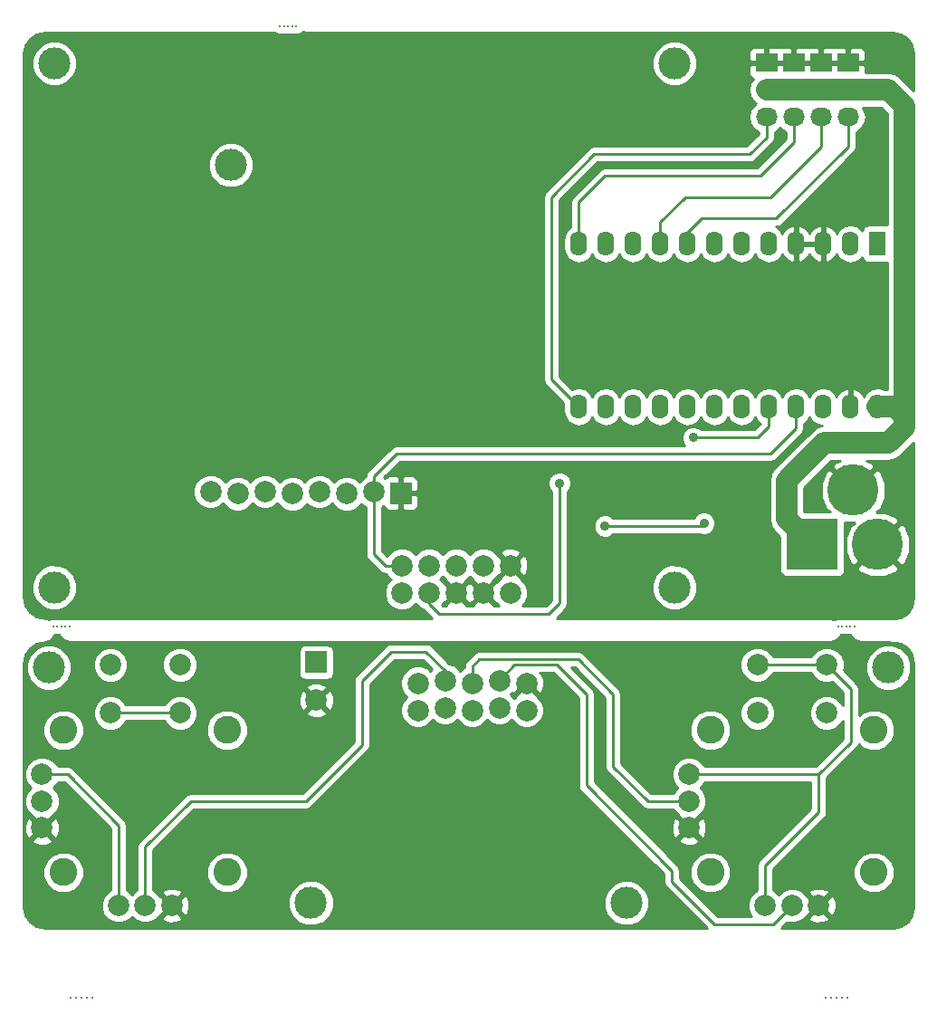
<source format=gbl>
G04 #@! TF.FileFunction,Copper,L4,Bot,Signal*
%FSLAX46Y46*%
G04 Gerber Fmt 4.6, Leading zero omitted, Abs format (unit mm)*
G04 Created by KiCad (PCBNEW (2015-01-16 BZR 5376)-product) date 6/13/2016 5:18:32 PM*
%MOMM*%
G01*
G04 APERTURE LIST*
%ADD10C,0.100000*%
%ADD11C,3.000000*%
%ADD12C,2.000000*%
%ADD13R,2.000000X2.000000*%
%ADD14R,2.032000X1.727200*%
%ADD15O,2.032000X1.727200*%
%ADD16R,1.574800X2.286000*%
%ADD17O,1.574800X2.286000*%
%ADD18C,0.300000*%
%ADD19C,4.800600*%
%ADD20R,4.800600X4.800600*%
%ADD21C,2.600000*%
%ADD22C,0.889000*%
%ADD23C,2.000000*%
%ADD24C,0.254000*%
%ADD25C,0.152400*%
G04 APERTURE END LIST*
D10*
D11*
X114000000Y-85500000D03*
D12*
X112110000Y-116040000D03*
X114650000Y-116250000D03*
X117190000Y-116040000D03*
X119750000Y-116250000D03*
X122270000Y-116040000D03*
X124850000Y-116250000D03*
X127350000Y-116040000D03*
D13*
X129900000Y-116200000D03*
D14*
X171735000Y-75946000D03*
D15*
X171735000Y-78486000D03*
X171735000Y-81026000D03*
D14*
X169195000Y-75946000D03*
D15*
X169195000Y-78486000D03*
X169195000Y-81026000D03*
D14*
X166655000Y-75946000D03*
D15*
X166655000Y-78486000D03*
X166655000Y-81026000D03*
D14*
X164095000Y-75935000D03*
D15*
X164095000Y-78475000D03*
X164095000Y-81015000D03*
D16*
X174470000Y-92880000D03*
D17*
X171930000Y-92880000D03*
X169390000Y-92880000D03*
X166850000Y-92880000D03*
X164310000Y-92880000D03*
X161770000Y-92880000D03*
X159230000Y-92880000D03*
X156690000Y-92880000D03*
X154150000Y-92880000D03*
X151610000Y-92880000D03*
X149070000Y-92880000D03*
X146530000Y-92880000D03*
X146530000Y-108120000D03*
X149070000Y-108120000D03*
X151610000Y-108120000D03*
X154150000Y-108120000D03*
X156690000Y-108120000D03*
X159230000Y-108120000D03*
X161770000Y-108120000D03*
X164310000Y-108120000D03*
X166850000Y-108120000D03*
X169390000Y-108120000D03*
X171930000Y-108120000D03*
X174470000Y-108120000D03*
D18*
X98933000Y-128651000D03*
X98552000Y-128651000D03*
X98171000Y-128651000D03*
X97790000Y-128651000D03*
X97409000Y-128651000D03*
X172339000Y-128651000D03*
X171958000Y-128651000D03*
X171577000Y-128651000D03*
X171196000Y-128651000D03*
X170815000Y-128651000D03*
X118618000Y-72517000D03*
D12*
X130000000Y-125500000D03*
X130000000Y-122960000D03*
X132540000Y-125500000D03*
X132540000Y-122960000D03*
X135080000Y-125500000D03*
X135080000Y-122960000D03*
X137620000Y-125500000D03*
X137620000Y-122960000D03*
X140160000Y-125500000D03*
X140160000Y-122960000D03*
D19*
X174500000Y-121000000D03*
D20*
X168404000Y-121000000D03*
D19*
X172214000Y-115920000D03*
D11*
X97500000Y-76000000D03*
X155500000Y-76000000D03*
X97500000Y-125000000D03*
X155500000Y-125000000D03*
D18*
X118999000Y-72517000D03*
X119380000Y-72517000D03*
X119761000Y-72517000D03*
X120142000Y-72517000D03*
D21*
X158850000Y-138350000D03*
X174150000Y-138350000D03*
X174150000Y-151650000D03*
X158850000Y-151650000D03*
D12*
X156850000Y-145000000D03*
X156850000Y-142500000D03*
X156850000Y-147500000D03*
X166500000Y-154750000D03*
X164000000Y-154750000D03*
X169000000Y-154750000D03*
X163250000Y-136750000D03*
X169750000Y-136750000D03*
X169750000Y-132250000D03*
X163250000Y-132250000D03*
D21*
X98350000Y-138350000D03*
X113650000Y-138350000D03*
X113650000Y-151650000D03*
X98350000Y-151650000D03*
D12*
X96350000Y-145000000D03*
X96350000Y-142500000D03*
X96350000Y-147500000D03*
X106000000Y-154750000D03*
X103500000Y-154750000D03*
X108500000Y-154750000D03*
X102750000Y-136750000D03*
X109250000Y-136750000D03*
X109250000Y-132250000D03*
X102750000Y-132250000D03*
X131500000Y-136500000D03*
X131500000Y-133960000D03*
X134040000Y-136246000D03*
X134040000Y-133706000D03*
X136580000Y-136500000D03*
X136580000Y-133960000D03*
X139120000Y-136246000D03*
X139120000Y-133706000D03*
X141660000Y-136500000D03*
X141660000Y-133960000D03*
D13*
X122000000Y-132000000D03*
D12*
X122000000Y-135556000D03*
D18*
X169664000Y-163403000D03*
X170172000Y-163403000D03*
X171188000Y-163403000D03*
X170680000Y-163403000D03*
X171696000Y-163403000D03*
X101084000Y-163403000D03*
X100068000Y-163403000D03*
X100576000Y-163403000D03*
X99560000Y-163403000D03*
D11*
X97000000Y-132500000D03*
X151000000Y-154500000D03*
X175500000Y-132500000D03*
X121500000Y-154500000D03*
D18*
X99052000Y-163403000D03*
D22*
X144750000Y-115250000D03*
X149000000Y-119250000D03*
X158250000Y-119000000D03*
X157250000Y-111000000D03*
D23*
X174470000Y-108120000D02*
X177000000Y-108120000D01*
X176500000Y-108500000D02*
X177000000Y-108500000D01*
X176620000Y-108500000D02*
X176500000Y-108500000D01*
X177000000Y-108120000D02*
X176620000Y-108500000D01*
X171735000Y-78486000D02*
X175486000Y-78486000D01*
X177000000Y-80000000D02*
X177000000Y-108500000D01*
X175486000Y-78486000D02*
X177000000Y-80000000D01*
D24*
X171735000Y-78486000D02*
X172466000Y-78486000D01*
X171735000Y-78486000D02*
X171735000Y-78517000D01*
D23*
X169195000Y-78486000D02*
X171735000Y-78486000D01*
X166655000Y-78486000D02*
X169195000Y-78486000D01*
X164095000Y-78475000D02*
X166644000Y-78475000D01*
X166644000Y-78475000D02*
X166655000Y-78486000D01*
X177000000Y-110000000D02*
X175500000Y-111500000D01*
X175500000Y-111500000D02*
X169500000Y-111500000D01*
X169500000Y-111500000D02*
X166000000Y-115000000D01*
X166000000Y-115000000D02*
X166000000Y-118596000D01*
X166000000Y-118596000D02*
X168404000Y-121000000D01*
X177000000Y-108500000D02*
X177000000Y-110000000D01*
D24*
X171735000Y-81026000D02*
X171735000Y-83765000D01*
X158000000Y-90500000D02*
X156690000Y-91810000D01*
X165000000Y-90500000D02*
X158000000Y-90500000D01*
X171735000Y-83765000D02*
X165000000Y-90500000D01*
X156690000Y-91810000D02*
X156690000Y-92880000D01*
D25*
X171735000Y-81026000D02*
X172497000Y-81026000D01*
D24*
X169195000Y-81026000D02*
X169195000Y-83805000D01*
X154150000Y-90850000D02*
X154150000Y-92880000D01*
X156500000Y-88500000D02*
X154150000Y-90850000D01*
X164500000Y-88500000D02*
X156500000Y-88500000D01*
X169195000Y-83805000D02*
X164500000Y-88500000D01*
X169195000Y-80899000D02*
X169195000Y-80899000D01*
X166655000Y-81026000D02*
X166655000Y-83345000D01*
X146530000Y-88970000D02*
X146530000Y-92880000D01*
X149000000Y-86500000D02*
X146530000Y-88970000D01*
X163500000Y-86500000D02*
X149000000Y-86500000D01*
X166655000Y-83345000D02*
X163500000Y-86500000D01*
X166735000Y-80899000D02*
X166655000Y-80899000D01*
X164095000Y-81015000D02*
X164095000Y-82905000D01*
X144000000Y-105590000D02*
X146530000Y-108120000D01*
X144000000Y-88500000D02*
X144000000Y-105590000D01*
X148000000Y-84500000D02*
X144000000Y-88500000D01*
X162500000Y-84500000D02*
X148000000Y-84500000D01*
X164095000Y-82905000D02*
X162500000Y-84500000D01*
X144750000Y-115250000D02*
X144750000Y-126500000D01*
X144750000Y-126500000D02*
X143750000Y-127500000D01*
X143750000Y-127500000D02*
X133500000Y-127500000D01*
X133500000Y-127500000D02*
X132540000Y-126540000D01*
X132540000Y-126540000D02*
X132540000Y-125500000D01*
X134040000Y-133706000D02*
X134040000Y-132790000D01*
X134040000Y-132790000D02*
X132250000Y-131000000D01*
X106000000Y-149250000D02*
X106000000Y-154750000D01*
X110250000Y-145000000D02*
X106000000Y-149250000D01*
X121000000Y-145000000D02*
X110250000Y-145000000D01*
X126250000Y-139750000D02*
X121000000Y-145000000D01*
X126250000Y-133750000D02*
X126250000Y-139750000D01*
X129000000Y-131000000D02*
X126250000Y-133750000D01*
X132250000Y-131000000D02*
X129000000Y-131000000D01*
D25*
X134040000Y-133706000D02*
X134040000Y-133960000D01*
X134040000Y-133706000D02*
X134040000Y-134040000D01*
D24*
X136580000Y-133960000D02*
X136580000Y-132420000D01*
X153000000Y-145000000D02*
X156850000Y-145000000D01*
X149750000Y-141750000D02*
X153000000Y-145000000D01*
X149750000Y-135000000D02*
X149750000Y-141750000D01*
X146500000Y-131750000D02*
X149750000Y-135000000D01*
X137250000Y-131750000D02*
X146500000Y-131750000D01*
X136580000Y-132420000D02*
X137250000Y-131750000D01*
X158000000Y-119250000D02*
X149000000Y-119250000D01*
X158250000Y-119000000D02*
X158000000Y-119250000D01*
X139120000Y-133706000D02*
X139120000Y-133630000D01*
X139120000Y-133630000D02*
X140491998Y-132258002D01*
X164750000Y-156500000D02*
X166500000Y-154750000D01*
X159250000Y-156500000D02*
X164750000Y-156500000D01*
X155250000Y-152500000D02*
X159250000Y-156500000D01*
X155250000Y-151500000D02*
X155250000Y-152500000D01*
X147250000Y-143500000D02*
X155250000Y-151500000D01*
X147250000Y-135000000D02*
X147250000Y-143500000D01*
X144508002Y-132258002D02*
X147250000Y-135000000D01*
X140491998Y-132258002D02*
X144508002Y-132258002D01*
X164310000Y-108120000D02*
X164310000Y-109940000D01*
X163250000Y-111000000D02*
X157250000Y-111000000D01*
X164310000Y-109940000D02*
X163250000Y-111000000D01*
X127350000Y-116040000D02*
X127350000Y-121850000D01*
X128460000Y-122960000D02*
X130000000Y-122960000D01*
X127350000Y-121850000D02*
X128460000Y-122960000D01*
X130000000Y-112500000D02*
X129500000Y-112500000D01*
X127350000Y-114650000D02*
X127350000Y-116040000D01*
X129500000Y-112500000D02*
X127350000Y-114650000D01*
X164500000Y-112500000D02*
X130000000Y-112500000D01*
X130000000Y-112500000D02*
X129750000Y-112500000D01*
X166850000Y-110150000D02*
X164500000Y-112500000D01*
X166850000Y-108120000D02*
X166850000Y-110150000D01*
X96350000Y-142500000D02*
X98750000Y-142500000D01*
X103500000Y-147250000D02*
X103500000Y-154750000D01*
X98750000Y-142500000D02*
X103500000Y-147250000D01*
X169000000Y-142500000D02*
X169000000Y-146000000D01*
X164000000Y-151000000D02*
X164000000Y-154750000D01*
X169000000Y-146000000D02*
X164000000Y-151000000D01*
X169750000Y-132250000D02*
X172000000Y-134500000D01*
X169000000Y-142500000D02*
X156850000Y-142500000D01*
X172000000Y-139500000D02*
X169000000Y-142500000D01*
X172000000Y-134500000D02*
X172000000Y-139500000D01*
X163250000Y-132250000D02*
X169750000Y-132250000D01*
X131500000Y-133960000D02*
X131540000Y-133960000D01*
X102750000Y-136750000D02*
X109250000Y-136750000D01*
G36*
X175365000Y-106485000D02*
X175118431Y-106485000D01*
X175014329Y-106415441D01*
X174470000Y-106307167D01*
X173925671Y-106415441D01*
X173464211Y-106723778D01*
X173200246Y-107118829D01*
X173195525Y-107102738D01*
X172845986Y-106668809D01*
X172356996Y-106401673D01*
X172277060Y-106384990D01*
X172057000Y-106507148D01*
X172057000Y-107993000D01*
X172077000Y-107993000D01*
X172077000Y-108247000D01*
X172057000Y-108247000D01*
X172057000Y-108267000D01*
X171803000Y-108267000D01*
X171803000Y-108247000D01*
X171783000Y-108247000D01*
X171783000Y-107993000D01*
X171803000Y-107993000D01*
X171803000Y-106507148D01*
X171582940Y-106384990D01*
X171503004Y-106401673D01*
X171014014Y-106668809D01*
X170664475Y-107102738D01*
X170659753Y-107118829D01*
X170395789Y-106723778D01*
X169934329Y-106415441D01*
X169390000Y-106307167D01*
X169263000Y-106332428D01*
X169263000Y-94492852D01*
X169263000Y-93007000D01*
X169263000Y-92753000D01*
X169263000Y-91267148D01*
X169042940Y-91144990D01*
X168963004Y-91161673D01*
X168474014Y-91428809D01*
X168124475Y-91862738D01*
X168120000Y-91877989D01*
X168115525Y-91862738D01*
X167765986Y-91428809D01*
X167276996Y-91161673D01*
X167197060Y-91144990D01*
X166977000Y-91267148D01*
X166977000Y-92753000D01*
X167967600Y-92753000D01*
X168272400Y-92753000D01*
X169263000Y-92753000D01*
X169263000Y-93007000D01*
X168272400Y-93007000D01*
X167967600Y-93007000D01*
X166977000Y-93007000D01*
X166977000Y-94492852D01*
X167197060Y-94615010D01*
X167276996Y-94598327D01*
X167765986Y-94331191D01*
X168115525Y-93897262D01*
X168120000Y-93882010D01*
X168124475Y-93897262D01*
X168474014Y-94331191D01*
X168963004Y-94598327D01*
X169042940Y-94615010D01*
X169263000Y-94492852D01*
X169263000Y-106332428D01*
X168845671Y-106415441D01*
X168384211Y-106723778D01*
X168120000Y-107119198D01*
X167855789Y-106723778D01*
X167394329Y-106415441D01*
X166850000Y-106307167D01*
X166305671Y-106415441D01*
X165844211Y-106723778D01*
X165580000Y-107119198D01*
X165315789Y-106723778D01*
X164854329Y-106415441D01*
X164310000Y-106307167D01*
X163765671Y-106415441D01*
X163304211Y-106723778D01*
X163040000Y-107119198D01*
X162775789Y-106723778D01*
X162314329Y-106415441D01*
X161770000Y-106307167D01*
X161225671Y-106415441D01*
X160764211Y-106723778D01*
X160500000Y-107119198D01*
X160235789Y-106723778D01*
X159774329Y-106415441D01*
X159230000Y-106307167D01*
X158685671Y-106415441D01*
X158224211Y-106723778D01*
X157960000Y-107119198D01*
X157695789Y-106723778D01*
X157234329Y-106415441D01*
X156690000Y-106307167D01*
X156145671Y-106415441D01*
X155684211Y-106723778D01*
X155420000Y-107119198D01*
X155155789Y-106723778D01*
X154694329Y-106415441D01*
X154150000Y-106307167D01*
X153605671Y-106415441D01*
X153144211Y-106723778D01*
X152880000Y-107119198D01*
X152615789Y-106723778D01*
X152154329Y-106415441D01*
X151610000Y-106307167D01*
X151065671Y-106415441D01*
X150604211Y-106723778D01*
X150340000Y-107119198D01*
X150075789Y-106723778D01*
X149614329Y-106415441D01*
X149070000Y-106307167D01*
X148525671Y-106415441D01*
X148064211Y-106723778D01*
X147800000Y-107119198D01*
X147535789Y-106723778D01*
X147074329Y-106415441D01*
X146530000Y-106307167D01*
X145985671Y-106415441D01*
X145936156Y-106448525D01*
X144762000Y-105274369D01*
X144762000Y-88815630D01*
X148315630Y-85262000D01*
X162500000Y-85262000D01*
X162500000Y-85261999D01*
X162791604Y-85203996D01*
X162791605Y-85203996D01*
X163038815Y-85038815D01*
X164633815Y-83443815D01*
X164633816Y-83443815D01*
X164732834Y-83295623D01*
X164798996Y-83196605D01*
X164798996Y-83196604D01*
X164857000Y-82905000D01*
X164857000Y-82397009D01*
X165339415Y-82074670D01*
X165371325Y-82026913D01*
X165410585Y-82085670D01*
X165893000Y-82408009D01*
X165893000Y-83029369D01*
X163184369Y-85738000D01*
X149000000Y-85738000D01*
X148708395Y-85796004D01*
X148461184Y-85961185D01*
X145991185Y-88431185D01*
X145826004Y-88678395D01*
X145768000Y-88970000D01*
X145768000Y-91320883D01*
X145524211Y-91483778D01*
X145215874Y-91945238D01*
X145107600Y-92489567D01*
X145107600Y-93270433D01*
X145215874Y-93814762D01*
X145524211Y-94276222D01*
X145985671Y-94584559D01*
X146530000Y-94692833D01*
X147074329Y-94584559D01*
X147535789Y-94276222D01*
X147800000Y-93880801D01*
X148064211Y-94276222D01*
X148525671Y-94584559D01*
X149070000Y-94692833D01*
X149614329Y-94584559D01*
X150075789Y-94276222D01*
X150340000Y-93880801D01*
X150604211Y-94276222D01*
X151065671Y-94584559D01*
X151610000Y-94692833D01*
X152154329Y-94584559D01*
X152615789Y-94276222D01*
X152880000Y-93880801D01*
X153144211Y-94276222D01*
X153605671Y-94584559D01*
X154150000Y-94692833D01*
X154694329Y-94584559D01*
X155155789Y-94276222D01*
X155420000Y-93880801D01*
X155684211Y-94276222D01*
X156145671Y-94584559D01*
X156690000Y-94692833D01*
X157234329Y-94584559D01*
X157695789Y-94276222D01*
X157960000Y-93880801D01*
X158224211Y-94276222D01*
X158685671Y-94584559D01*
X159230000Y-94692833D01*
X159774329Y-94584559D01*
X160235789Y-94276222D01*
X160500000Y-93880801D01*
X160764211Y-94276222D01*
X161225671Y-94584559D01*
X161770000Y-94692833D01*
X162314329Y-94584559D01*
X162775789Y-94276222D01*
X163040000Y-93880801D01*
X163304211Y-94276222D01*
X163765671Y-94584559D01*
X164310000Y-94692833D01*
X164854329Y-94584559D01*
X165315789Y-94276222D01*
X165579753Y-93881170D01*
X165584475Y-93897262D01*
X165934014Y-94331191D01*
X166423004Y-94598327D01*
X166502940Y-94615010D01*
X166723000Y-94492852D01*
X166723000Y-93007000D01*
X166703000Y-93007000D01*
X166703000Y-92753000D01*
X166723000Y-92753000D01*
X166723000Y-91267148D01*
X166502940Y-91144990D01*
X166423004Y-91161673D01*
X165934014Y-91428809D01*
X165584475Y-91862738D01*
X165579753Y-91878829D01*
X165315789Y-91483778D01*
X164983873Y-91262000D01*
X165000000Y-91262000D01*
X165000000Y-91261999D01*
X165291604Y-91203996D01*
X165291605Y-91203996D01*
X165538815Y-91038815D01*
X172273815Y-84303816D01*
X172273815Y-84303815D01*
X172438996Y-84056605D01*
X172496999Y-83765000D01*
X172497000Y-83765000D01*
X172497000Y-82408009D01*
X172979415Y-82085670D01*
X173304271Y-81599489D01*
X173418345Y-81026000D01*
X173304271Y-80452511D01*
X173082762Y-80121000D01*
X174808760Y-80121000D01*
X175365000Y-80677239D01*
X175365000Y-91111138D01*
X175257400Y-91089560D01*
X173682600Y-91089560D01*
X173440477Y-91136537D01*
X173227673Y-91276327D01*
X173085223Y-91487360D01*
X173051279Y-91656621D01*
X172935789Y-91483778D01*
X172474329Y-91175441D01*
X171930000Y-91067167D01*
X171385671Y-91175441D01*
X170924211Y-91483778D01*
X170660246Y-91878829D01*
X170655525Y-91862738D01*
X170305986Y-91428809D01*
X169816996Y-91161673D01*
X169737060Y-91144990D01*
X169517000Y-91267148D01*
X169517000Y-92753000D01*
X169537000Y-92753000D01*
X169537000Y-93007000D01*
X169517000Y-93007000D01*
X169517000Y-94492852D01*
X169737060Y-94615010D01*
X169816996Y-94598327D01*
X170305986Y-94331191D01*
X170655525Y-93897262D01*
X170660246Y-93881170D01*
X170924211Y-94276222D01*
X171385671Y-94584559D01*
X171930000Y-94692833D01*
X172474329Y-94584559D01*
X172935789Y-94276222D01*
X173050873Y-94103986D01*
X173082137Y-94265123D01*
X173221927Y-94477927D01*
X173432960Y-94620377D01*
X173682600Y-94670440D01*
X175257400Y-94670440D01*
X175365000Y-94649563D01*
X175365000Y-106485000D01*
X175365000Y-106485000D01*
G37*
X175365000Y-106485000D02*
X175118431Y-106485000D01*
X175014329Y-106415441D01*
X174470000Y-106307167D01*
X173925671Y-106415441D01*
X173464211Y-106723778D01*
X173200246Y-107118829D01*
X173195525Y-107102738D01*
X172845986Y-106668809D01*
X172356996Y-106401673D01*
X172277060Y-106384990D01*
X172057000Y-106507148D01*
X172057000Y-107993000D01*
X172077000Y-107993000D01*
X172077000Y-108247000D01*
X172057000Y-108247000D01*
X172057000Y-108267000D01*
X171803000Y-108267000D01*
X171803000Y-108247000D01*
X171783000Y-108247000D01*
X171783000Y-107993000D01*
X171803000Y-107993000D01*
X171803000Y-106507148D01*
X171582940Y-106384990D01*
X171503004Y-106401673D01*
X171014014Y-106668809D01*
X170664475Y-107102738D01*
X170659753Y-107118829D01*
X170395789Y-106723778D01*
X169934329Y-106415441D01*
X169390000Y-106307167D01*
X169263000Y-106332428D01*
X169263000Y-94492852D01*
X169263000Y-93007000D01*
X169263000Y-92753000D01*
X169263000Y-91267148D01*
X169042940Y-91144990D01*
X168963004Y-91161673D01*
X168474014Y-91428809D01*
X168124475Y-91862738D01*
X168120000Y-91877989D01*
X168115525Y-91862738D01*
X167765986Y-91428809D01*
X167276996Y-91161673D01*
X167197060Y-91144990D01*
X166977000Y-91267148D01*
X166977000Y-92753000D01*
X167967600Y-92753000D01*
X168272400Y-92753000D01*
X169263000Y-92753000D01*
X169263000Y-93007000D01*
X168272400Y-93007000D01*
X167967600Y-93007000D01*
X166977000Y-93007000D01*
X166977000Y-94492852D01*
X167197060Y-94615010D01*
X167276996Y-94598327D01*
X167765986Y-94331191D01*
X168115525Y-93897262D01*
X168120000Y-93882010D01*
X168124475Y-93897262D01*
X168474014Y-94331191D01*
X168963004Y-94598327D01*
X169042940Y-94615010D01*
X169263000Y-94492852D01*
X169263000Y-106332428D01*
X168845671Y-106415441D01*
X168384211Y-106723778D01*
X168120000Y-107119198D01*
X167855789Y-106723778D01*
X167394329Y-106415441D01*
X166850000Y-106307167D01*
X166305671Y-106415441D01*
X165844211Y-106723778D01*
X165580000Y-107119198D01*
X165315789Y-106723778D01*
X164854329Y-106415441D01*
X164310000Y-106307167D01*
X163765671Y-106415441D01*
X163304211Y-106723778D01*
X163040000Y-107119198D01*
X162775789Y-106723778D01*
X162314329Y-106415441D01*
X161770000Y-106307167D01*
X161225671Y-106415441D01*
X160764211Y-106723778D01*
X160500000Y-107119198D01*
X160235789Y-106723778D01*
X159774329Y-106415441D01*
X159230000Y-106307167D01*
X158685671Y-106415441D01*
X158224211Y-106723778D01*
X157960000Y-107119198D01*
X157695789Y-106723778D01*
X157234329Y-106415441D01*
X156690000Y-106307167D01*
X156145671Y-106415441D01*
X155684211Y-106723778D01*
X155420000Y-107119198D01*
X155155789Y-106723778D01*
X154694329Y-106415441D01*
X154150000Y-106307167D01*
X153605671Y-106415441D01*
X153144211Y-106723778D01*
X152880000Y-107119198D01*
X152615789Y-106723778D01*
X152154329Y-106415441D01*
X151610000Y-106307167D01*
X151065671Y-106415441D01*
X150604211Y-106723778D01*
X150340000Y-107119198D01*
X150075789Y-106723778D01*
X149614329Y-106415441D01*
X149070000Y-106307167D01*
X148525671Y-106415441D01*
X148064211Y-106723778D01*
X147800000Y-107119198D01*
X147535789Y-106723778D01*
X147074329Y-106415441D01*
X146530000Y-106307167D01*
X145985671Y-106415441D01*
X145936156Y-106448525D01*
X144762000Y-105274369D01*
X144762000Y-88815630D01*
X148315630Y-85262000D01*
X162500000Y-85262000D01*
X162500000Y-85261999D01*
X162791604Y-85203996D01*
X162791605Y-85203996D01*
X163038815Y-85038815D01*
X164633815Y-83443815D01*
X164633816Y-83443815D01*
X164732834Y-83295623D01*
X164798996Y-83196605D01*
X164798996Y-83196604D01*
X164857000Y-82905000D01*
X164857000Y-82397009D01*
X165339415Y-82074670D01*
X165371325Y-82026913D01*
X165410585Y-82085670D01*
X165893000Y-82408009D01*
X165893000Y-83029369D01*
X163184369Y-85738000D01*
X149000000Y-85738000D01*
X148708395Y-85796004D01*
X148461184Y-85961185D01*
X145991185Y-88431185D01*
X145826004Y-88678395D01*
X145768000Y-88970000D01*
X145768000Y-91320883D01*
X145524211Y-91483778D01*
X145215874Y-91945238D01*
X145107600Y-92489567D01*
X145107600Y-93270433D01*
X145215874Y-93814762D01*
X145524211Y-94276222D01*
X145985671Y-94584559D01*
X146530000Y-94692833D01*
X147074329Y-94584559D01*
X147535789Y-94276222D01*
X147800000Y-93880801D01*
X148064211Y-94276222D01*
X148525671Y-94584559D01*
X149070000Y-94692833D01*
X149614329Y-94584559D01*
X150075789Y-94276222D01*
X150340000Y-93880801D01*
X150604211Y-94276222D01*
X151065671Y-94584559D01*
X151610000Y-94692833D01*
X152154329Y-94584559D01*
X152615789Y-94276222D01*
X152880000Y-93880801D01*
X153144211Y-94276222D01*
X153605671Y-94584559D01*
X154150000Y-94692833D01*
X154694329Y-94584559D01*
X155155789Y-94276222D01*
X155420000Y-93880801D01*
X155684211Y-94276222D01*
X156145671Y-94584559D01*
X156690000Y-94692833D01*
X157234329Y-94584559D01*
X157695789Y-94276222D01*
X157960000Y-93880801D01*
X158224211Y-94276222D01*
X158685671Y-94584559D01*
X159230000Y-94692833D01*
X159774329Y-94584559D01*
X160235789Y-94276222D01*
X160500000Y-93880801D01*
X160764211Y-94276222D01*
X161225671Y-94584559D01*
X161770000Y-94692833D01*
X162314329Y-94584559D01*
X162775789Y-94276222D01*
X163040000Y-93880801D01*
X163304211Y-94276222D01*
X163765671Y-94584559D01*
X164310000Y-94692833D01*
X164854329Y-94584559D01*
X165315789Y-94276222D01*
X165579753Y-93881170D01*
X165584475Y-93897262D01*
X165934014Y-94331191D01*
X166423004Y-94598327D01*
X166502940Y-94615010D01*
X166723000Y-94492852D01*
X166723000Y-93007000D01*
X166703000Y-93007000D01*
X166703000Y-92753000D01*
X166723000Y-92753000D01*
X166723000Y-91267148D01*
X166502940Y-91144990D01*
X166423004Y-91161673D01*
X165934014Y-91428809D01*
X165584475Y-91862738D01*
X165579753Y-91878829D01*
X165315789Y-91483778D01*
X164983873Y-91262000D01*
X165000000Y-91262000D01*
X165000000Y-91261999D01*
X165291604Y-91203996D01*
X165291605Y-91203996D01*
X165538815Y-91038815D01*
X172273815Y-84303816D01*
X172273815Y-84303815D01*
X172438996Y-84056605D01*
X172496999Y-83765000D01*
X172497000Y-83765000D01*
X172497000Y-82408009D01*
X172979415Y-82085670D01*
X173304271Y-81599489D01*
X173418345Y-81026000D01*
X173304271Y-80452511D01*
X173082762Y-80121000D01*
X174808760Y-80121000D01*
X175365000Y-80677239D01*
X175365000Y-91111138D01*
X175257400Y-91089560D01*
X173682600Y-91089560D01*
X173440477Y-91136537D01*
X173227673Y-91276327D01*
X173085223Y-91487360D01*
X173051279Y-91656621D01*
X172935789Y-91483778D01*
X172474329Y-91175441D01*
X171930000Y-91067167D01*
X171385671Y-91175441D01*
X170924211Y-91483778D01*
X170660246Y-91878829D01*
X170655525Y-91862738D01*
X170305986Y-91428809D01*
X169816996Y-91161673D01*
X169737060Y-91144990D01*
X169517000Y-91267148D01*
X169517000Y-92753000D01*
X169537000Y-92753000D01*
X169537000Y-93007000D01*
X169517000Y-93007000D01*
X169517000Y-94492852D01*
X169737060Y-94615010D01*
X169816996Y-94598327D01*
X170305986Y-94331191D01*
X170655525Y-93897262D01*
X170660246Y-93881170D01*
X170924211Y-94276222D01*
X171385671Y-94584559D01*
X171930000Y-94692833D01*
X172474329Y-94584559D01*
X172935789Y-94276222D01*
X173050873Y-94103986D01*
X173082137Y-94265123D01*
X173221927Y-94477927D01*
X173432960Y-94620377D01*
X173682600Y-94670440D01*
X175257400Y-94670440D01*
X175365000Y-94649563D01*
X175365000Y-106485000D01*
G36*
X177865000Y-78552760D02*
X176642120Y-77329880D01*
X176111688Y-76975457D01*
X175486000Y-76850999D01*
X175485994Y-76851000D01*
X173386000Y-76851000D01*
X173386000Y-76683291D01*
X173386000Y-76231750D01*
X173386000Y-75660250D01*
X173386000Y-75208709D01*
X173386000Y-74956090D01*
X173289327Y-74722701D01*
X173110698Y-74544073D01*
X172877309Y-74447400D01*
X172020750Y-74447400D01*
X171862000Y-74606150D01*
X171862000Y-75819000D01*
X173227250Y-75819000D01*
X173386000Y-75660250D01*
X173386000Y-76231750D01*
X173227250Y-76073000D01*
X171862000Y-76073000D01*
X171862000Y-76093000D01*
X171608000Y-76093000D01*
X171608000Y-76073000D01*
X171608000Y-75819000D01*
X171608000Y-74606150D01*
X171449250Y-74447400D01*
X170592691Y-74447400D01*
X170465000Y-74500291D01*
X170337309Y-74447400D01*
X169480750Y-74447400D01*
X169322000Y-74606150D01*
X169322000Y-75819000D01*
X170242750Y-75819000D01*
X170687250Y-75819000D01*
X171608000Y-75819000D01*
X171608000Y-76073000D01*
X170687250Y-76073000D01*
X170242750Y-76073000D01*
X169322000Y-76073000D01*
X169322000Y-76093000D01*
X169068000Y-76093000D01*
X169068000Y-76073000D01*
X169068000Y-75819000D01*
X169068000Y-74606150D01*
X168909250Y-74447400D01*
X168052691Y-74447400D01*
X167925000Y-74500291D01*
X167797309Y-74447400D01*
X166940750Y-74447400D01*
X166782000Y-74606150D01*
X166782000Y-75819000D01*
X167702750Y-75819000D01*
X168147250Y-75819000D01*
X169068000Y-75819000D01*
X169068000Y-76073000D01*
X168147250Y-76073000D01*
X167702750Y-76073000D01*
X166782000Y-76073000D01*
X166782000Y-76093000D01*
X166528000Y-76093000D01*
X166528000Y-76073000D01*
X166528000Y-75819000D01*
X166528000Y-74606150D01*
X166369250Y-74447400D01*
X165512691Y-74447400D01*
X165388278Y-74498933D01*
X165237309Y-74436400D01*
X164380750Y-74436400D01*
X164222000Y-74595150D01*
X164222000Y-75808000D01*
X165151750Y-75808000D01*
X165162750Y-75819000D01*
X166528000Y-75819000D01*
X166528000Y-76073000D01*
X165598250Y-76073000D01*
X165587250Y-76062000D01*
X164222000Y-76062000D01*
X164222000Y-76082000D01*
X163968000Y-76082000D01*
X163968000Y-76062000D01*
X163968000Y-75808000D01*
X163968000Y-74595150D01*
X163809250Y-74436400D01*
X162952691Y-74436400D01*
X162719302Y-74533073D01*
X162540673Y-74711701D01*
X162444000Y-74945090D01*
X162444000Y-75197709D01*
X162444000Y-75649250D01*
X162602750Y-75808000D01*
X163968000Y-75808000D01*
X163968000Y-76062000D01*
X162602750Y-76062000D01*
X162444000Y-76220750D01*
X162444000Y-76672291D01*
X162444000Y-76924910D01*
X162540673Y-77158299D01*
X162719302Y-77336927D01*
X162872780Y-77400499D01*
X162850585Y-77415330D01*
X162525729Y-77901511D01*
X162411655Y-78475000D01*
X162525729Y-79048489D01*
X162850585Y-79534670D01*
X162893670Y-79563458D01*
X162938880Y-79631120D01*
X163137339Y-79763726D01*
X162850585Y-79955330D01*
X162525729Y-80441511D01*
X162411655Y-81015000D01*
X162525729Y-81588489D01*
X162850585Y-82074670D01*
X163333000Y-82397009D01*
X163333000Y-82589369D01*
X162184369Y-83738000D01*
X157635370Y-83738000D01*
X157635370Y-75577185D01*
X157311020Y-74792200D01*
X156710959Y-74191091D01*
X155926541Y-73865372D01*
X155077185Y-73864630D01*
X154292200Y-74188980D01*
X153691091Y-74789041D01*
X153365372Y-75573459D01*
X153364630Y-76422815D01*
X153688980Y-77207800D01*
X154289041Y-77808909D01*
X155073459Y-78134628D01*
X155922815Y-78135370D01*
X156707800Y-77811020D01*
X157308909Y-77210959D01*
X157634628Y-76426541D01*
X157635370Y-75577185D01*
X157635370Y-83738000D01*
X148000000Y-83738000D01*
X147708395Y-83796004D01*
X147461184Y-83961185D01*
X143461185Y-87961185D01*
X143296004Y-88208395D01*
X143238000Y-88500000D01*
X143238000Y-105590000D01*
X143296004Y-105881605D01*
X143461185Y-106128815D01*
X145107600Y-107775230D01*
X145107600Y-108510433D01*
X145215874Y-109054762D01*
X145524211Y-109516222D01*
X145985671Y-109824559D01*
X146530000Y-109932833D01*
X147074329Y-109824559D01*
X147535789Y-109516222D01*
X147800000Y-109120801D01*
X148064211Y-109516222D01*
X148525671Y-109824559D01*
X149070000Y-109932833D01*
X149614329Y-109824559D01*
X150075789Y-109516222D01*
X150340000Y-109120801D01*
X150604211Y-109516222D01*
X151065671Y-109824559D01*
X151610000Y-109932833D01*
X152154329Y-109824559D01*
X152615789Y-109516222D01*
X152880000Y-109120801D01*
X153144211Y-109516222D01*
X153605671Y-109824559D01*
X154150000Y-109932833D01*
X154694329Y-109824559D01*
X155155789Y-109516222D01*
X155420000Y-109120801D01*
X155684211Y-109516222D01*
X156145671Y-109824559D01*
X156690000Y-109932833D01*
X157234329Y-109824559D01*
X157695789Y-109516222D01*
X157960000Y-109120801D01*
X158224211Y-109516222D01*
X158685671Y-109824559D01*
X159230000Y-109932833D01*
X159774329Y-109824559D01*
X160235789Y-109516222D01*
X160500000Y-109120801D01*
X160764211Y-109516222D01*
X161225671Y-109824559D01*
X161770000Y-109932833D01*
X162314329Y-109824559D01*
X162775789Y-109516222D01*
X163040000Y-109120801D01*
X163304211Y-109516222D01*
X163515181Y-109657187D01*
X162934369Y-110238000D01*
X158014641Y-110238000D01*
X157862286Y-110085378D01*
X157465668Y-109920687D01*
X157036216Y-109920313D01*
X156639311Y-110084311D01*
X156335378Y-110387714D01*
X156170687Y-110784332D01*
X156170313Y-111213784D01*
X156334311Y-111610689D01*
X156461399Y-111738000D01*
X130000000Y-111738000D01*
X129750000Y-111738000D01*
X129500000Y-111738000D01*
X129208395Y-111796004D01*
X128961185Y-111961185D01*
X126811185Y-114111185D01*
X126646004Y-114358395D01*
X126601918Y-114580028D01*
X126425057Y-114653106D01*
X125994836Y-115082575D01*
X125777363Y-114864722D01*
X125176648Y-114615284D01*
X124526205Y-114614716D01*
X123925057Y-114863106D01*
X123661499Y-115126203D01*
X123656894Y-115115057D01*
X123197363Y-114654722D01*
X122596648Y-114405284D01*
X121946205Y-114404716D01*
X121345057Y-114653106D01*
X120904818Y-115092575D01*
X120677363Y-114864722D01*
X120076648Y-114615284D01*
X119426205Y-114614716D01*
X118825057Y-114863106D01*
X118574783Y-115112942D01*
X118117363Y-114654722D01*
X117516648Y-114405284D01*
X116866205Y-114404716D01*
X116265057Y-114653106D01*
X116135370Y-114782566D01*
X116135370Y-85077185D01*
X115811020Y-84292200D01*
X115210959Y-83691091D01*
X114426541Y-83365372D01*
X113577185Y-83364630D01*
X112792200Y-83688980D01*
X112191091Y-84289041D01*
X111865372Y-85073459D01*
X111864630Y-85922815D01*
X112188980Y-86707800D01*
X112789041Y-87308909D01*
X113573459Y-87634628D01*
X114422815Y-87635370D01*
X115207800Y-87311020D01*
X115808909Y-86710959D01*
X116134628Y-85926541D01*
X116135370Y-85077185D01*
X116135370Y-114782566D01*
X115814801Y-115102575D01*
X115577363Y-114864722D01*
X114976648Y-114615284D01*
X114326205Y-114614716D01*
X113725057Y-114863106D01*
X113484800Y-115102942D01*
X113037363Y-114654722D01*
X112436648Y-114405284D01*
X111786205Y-114404716D01*
X111185057Y-114653106D01*
X110724722Y-115112637D01*
X110475284Y-115713352D01*
X110474716Y-116363795D01*
X110723106Y-116964943D01*
X111182637Y-117425278D01*
X111783352Y-117674716D01*
X112433795Y-117675284D01*
X113034943Y-117426894D01*
X113275199Y-117187057D01*
X113722637Y-117635278D01*
X114323352Y-117884716D01*
X114973795Y-117885284D01*
X115574943Y-117636894D01*
X116025198Y-117187424D01*
X116262637Y-117425278D01*
X116863352Y-117674716D01*
X117513795Y-117675284D01*
X118114943Y-117426894D01*
X118365216Y-117177057D01*
X118822637Y-117635278D01*
X119423352Y-117884716D01*
X120073795Y-117885284D01*
X120674943Y-117636894D01*
X121115181Y-117197424D01*
X121342637Y-117425278D01*
X121943352Y-117674716D01*
X122593795Y-117675284D01*
X123194943Y-117426894D01*
X123458500Y-117163796D01*
X123463106Y-117174943D01*
X123922637Y-117635278D01*
X124523352Y-117884716D01*
X125173795Y-117885284D01*
X125774943Y-117636894D01*
X126205163Y-117207424D01*
X126422637Y-117425278D01*
X126588000Y-117493942D01*
X126588000Y-121850000D01*
X126646004Y-122141605D01*
X126811185Y-122388815D01*
X127921185Y-123498815D01*
X128168395Y-123663996D01*
X128460000Y-123722000D01*
X128545779Y-123722000D01*
X128613106Y-123884943D01*
X128957759Y-124230199D01*
X128614722Y-124572637D01*
X128365284Y-125173352D01*
X128364716Y-125823795D01*
X128613106Y-126424943D01*
X129072637Y-126885278D01*
X129673352Y-127134716D01*
X130323795Y-127135284D01*
X130924943Y-126886894D01*
X131270199Y-126542240D01*
X131612637Y-126885278D01*
X131971409Y-127034252D01*
X131971409Y-127034253D01*
X132001185Y-127078815D01*
X132787370Y-127865000D01*
X99635370Y-127865000D01*
X99635370Y-124577185D01*
X99635370Y-75577185D01*
X99311020Y-74792200D01*
X98710959Y-74191091D01*
X97926541Y-73865372D01*
X97077185Y-73864630D01*
X96292200Y-74188980D01*
X95691091Y-74789041D01*
X95365372Y-75573459D01*
X95364630Y-76422815D01*
X95688980Y-77207800D01*
X96289041Y-77808909D01*
X97073459Y-78134628D01*
X97922815Y-78135370D01*
X98707800Y-77811020D01*
X99308909Y-77210959D01*
X99634628Y-76426541D01*
X99635370Y-75577185D01*
X99635370Y-124577185D01*
X99311020Y-123792200D01*
X98710959Y-123191091D01*
X97926541Y-122865372D01*
X97077185Y-122864630D01*
X96292200Y-123188980D01*
X95691091Y-123789041D01*
X95365372Y-124573459D01*
X95364630Y-125422815D01*
X95688980Y-126207800D01*
X96289041Y-126808909D01*
X97073459Y-127134628D01*
X97922815Y-127135370D01*
X98707800Y-126811020D01*
X99308909Y-126210959D01*
X99634628Y-125426541D01*
X99635370Y-124577185D01*
X99635370Y-127865000D01*
X99000000Y-127865000D01*
X98994702Y-127866053D01*
X98777539Y-127865864D01*
X98742770Y-127880229D01*
X98708831Y-127866137D01*
X98396539Y-127865864D01*
X98361770Y-127880229D01*
X98327831Y-127866137D01*
X98015539Y-127865864D01*
X97980770Y-127880229D01*
X97946831Y-127866137D01*
X97634539Y-127865864D01*
X97599770Y-127880229D01*
X97565831Y-127866137D01*
X97253539Y-127865864D01*
X96964914Y-127985121D01*
X96963113Y-127986918D01*
X96721429Y-127886809D01*
X96721428Y-127886809D01*
X95794805Y-127702492D01*
X95196968Y-127303029D01*
X94797506Y-126705193D01*
X94635000Y-125888214D01*
X94635000Y-75111785D01*
X94797506Y-74294806D01*
X95196968Y-73696970D01*
X95794805Y-73297507D01*
X96611786Y-73135000D01*
X118000000Y-73135000D01*
X118104902Y-73114133D01*
X118172753Y-73182103D01*
X118461169Y-73301863D01*
X118773461Y-73302136D01*
X118808229Y-73287770D01*
X118842169Y-73301863D01*
X119154461Y-73302136D01*
X119189229Y-73287770D01*
X119223169Y-73301863D01*
X119535461Y-73302136D01*
X119570229Y-73287770D01*
X119604169Y-73301863D01*
X119916461Y-73302136D01*
X119951229Y-73287770D01*
X119985169Y-73301863D01*
X120297461Y-73302136D01*
X120586086Y-73182879D01*
X120694852Y-73074302D01*
X121000000Y-73135000D01*
X175888214Y-73135000D01*
X176705193Y-73297506D01*
X177303029Y-73696968D01*
X177702492Y-74294805D01*
X177865000Y-75111786D01*
X177865000Y-78552760D01*
X177865000Y-78552760D01*
G37*
X177865000Y-78552760D02*
X176642120Y-77329880D01*
X176111688Y-76975457D01*
X175486000Y-76850999D01*
X175485994Y-76851000D01*
X173386000Y-76851000D01*
X173386000Y-76683291D01*
X173386000Y-76231750D01*
X173386000Y-75660250D01*
X173386000Y-75208709D01*
X173386000Y-74956090D01*
X173289327Y-74722701D01*
X173110698Y-74544073D01*
X172877309Y-74447400D01*
X172020750Y-74447400D01*
X171862000Y-74606150D01*
X171862000Y-75819000D01*
X173227250Y-75819000D01*
X173386000Y-75660250D01*
X173386000Y-76231750D01*
X173227250Y-76073000D01*
X171862000Y-76073000D01*
X171862000Y-76093000D01*
X171608000Y-76093000D01*
X171608000Y-76073000D01*
X171608000Y-75819000D01*
X171608000Y-74606150D01*
X171449250Y-74447400D01*
X170592691Y-74447400D01*
X170465000Y-74500291D01*
X170337309Y-74447400D01*
X169480750Y-74447400D01*
X169322000Y-74606150D01*
X169322000Y-75819000D01*
X170242750Y-75819000D01*
X170687250Y-75819000D01*
X171608000Y-75819000D01*
X171608000Y-76073000D01*
X170687250Y-76073000D01*
X170242750Y-76073000D01*
X169322000Y-76073000D01*
X169322000Y-76093000D01*
X169068000Y-76093000D01*
X169068000Y-76073000D01*
X169068000Y-75819000D01*
X169068000Y-74606150D01*
X168909250Y-74447400D01*
X168052691Y-74447400D01*
X167925000Y-74500291D01*
X167797309Y-74447400D01*
X166940750Y-74447400D01*
X166782000Y-74606150D01*
X166782000Y-75819000D01*
X167702750Y-75819000D01*
X168147250Y-75819000D01*
X169068000Y-75819000D01*
X169068000Y-76073000D01*
X168147250Y-76073000D01*
X167702750Y-76073000D01*
X166782000Y-76073000D01*
X166782000Y-76093000D01*
X166528000Y-76093000D01*
X166528000Y-76073000D01*
X166528000Y-75819000D01*
X166528000Y-74606150D01*
X166369250Y-74447400D01*
X165512691Y-74447400D01*
X165388278Y-74498933D01*
X165237309Y-74436400D01*
X164380750Y-74436400D01*
X164222000Y-74595150D01*
X164222000Y-75808000D01*
X165151750Y-75808000D01*
X165162750Y-75819000D01*
X166528000Y-75819000D01*
X166528000Y-76073000D01*
X165598250Y-76073000D01*
X165587250Y-76062000D01*
X164222000Y-76062000D01*
X164222000Y-76082000D01*
X163968000Y-76082000D01*
X163968000Y-76062000D01*
X163968000Y-75808000D01*
X163968000Y-74595150D01*
X163809250Y-74436400D01*
X162952691Y-74436400D01*
X162719302Y-74533073D01*
X162540673Y-74711701D01*
X162444000Y-74945090D01*
X162444000Y-75197709D01*
X162444000Y-75649250D01*
X162602750Y-75808000D01*
X163968000Y-75808000D01*
X163968000Y-76062000D01*
X162602750Y-76062000D01*
X162444000Y-76220750D01*
X162444000Y-76672291D01*
X162444000Y-76924910D01*
X162540673Y-77158299D01*
X162719302Y-77336927D01*
X162872780Y-77400499D01*
X162850585Y-77415330D01*
X162525729Y-77901511D01*
X162411655Y-78475000D01*
X162525729Y-79048489D01*
X162850585Y-79534670D01*
X162893670Y-79563458D01*
X162938880Y-79631120D01*
X163137339Y-79763726D01*
X162850585Y-79955330D01*
X162525729Y-80441511D01*
X162411655Y-81015000D01*
X162525729Y-81588489D01*
X162850585Y-82074670D01*
X163333000Y-82397009D01*
X163333000Y-82589369D01*
X162184369Y-83738000D01*
X157635370Y-83738000D01*
X157635370Y-75577185D01*
X157311020Y-74792200D01*
X156710959Y-74191091D01*
X155926541Y-73865372D01*
X155077185Y-73864630D01*
X154292200Y-74188980D01*
X153691091Y-74789041D01*
X153365372Y-75573459D01*
X153364630Y-76422815D01*
X153688980Y-77207800D01*
X154289041Y-77808909D01*
X155073459Y-78134628D01*
X155922815Y-78135370D01*
X156707800Y-77811020D01*
X157308909Y-77210959D01*
X157634628Y-76426541D01*
X157635370Y-75577185D01*
X157635370Y-83738000D01*
X148000000Y-83738000D01*
X147708395Y-83796004D01*
X147461184Y-83961185D01*
X143461185Y-87961185D01*
X143296004Y-88208395D01*
X143238000Y-88500000D01*
X143238000Y-105590000D01*
X143296004Y-105881605D01*
X143461185Y-106128815D01*
X145107600Y-107775230D01*
X145107600Y-108510433D01*
X145215874Y-109054762D01*
X145524211Y-109516222D01*
X145985671Y-109824559D01*
X146530000Y-109932833D01*
X147074329Y-109824559D01*
X147535789Y-109516222D01*
X147800000Y-109120801D01*
X148064211Y-109516222D01*
X148525671Y-109824559D01*
X149070000Y-109932833D01*
X149614329Y-109824559D01*
X150075789Y-109516222D01*
X150340000Y-109120801D01*
X150604211Y-109516222D01*
X151065671Y-109824559D01*
X151610000Y-109932833D01*
X152154329Y-109824559D01*
X152615789Y-109516222D01*
X152880000Y-109120801D01*
X153144211Y-109516222D01*
X153605671Y-109824559D01*
X154150000Y-109932833D01*
X154694329Y-109824559D01*
X155155789Y-109516222D01*
X155420000Y-109120801D01*
X155684211Y-109516222D01*
X156145671Y-109824559D01*
X156690000Y-109932833D01*
X157234329Y-109824559D01*
X157695789Y-109516222D01*
X157960000Y-109120801D01*
X158224211Y-109516222D01*
X158685671Y-109824559D01*
X159230000Y-109932833D01*
X159774329Y-109824559D01*
X160235789Y-109516222D01*
X160500000Y-109120801D01*
X160764211Y-109516222D01*
X161225671Y-109824559D01*
X161770000Y-109932833D01*
X162314329Y-109824559D01*
X162775789Y-109516222D01*
X163040000Y-109120801D01*
X163304211Y-109516222D01*
X163515181Y-109657187D01*
X162934369Y-110238000D01*
X158014641Y-110238000D01*
X157862286Y-110085378D01*
X157465668Y-109920687D01*
X157036216Y-109920313D01*
X156639311Y-110084311D01*
X156335378Y-110387714D01*
X156170687Y-110784332D01*
X156170313Y-111213784D01*
X156334311Y-111610689D01*
X156461399Y-111738000D01*
X130000000Y-111738000D01*
X129750000Y-111738000D01*
X129500000Y-111738000D01*
X129208395Y-111796004D01*
X128961185Y-111961185D01*
X126811185Y-114111185D01*
X126646004Y-114358395D01*
X126601918Y-114580028D01*
X126425057Y-114653106D01*
X125994836Y-115082575D01*
X125777363Y-114864722D01*
X125176648Y-114615284D01*
X124526205Y-114614716D01*
X123925057Y-114863106D01*
X123661499Y-115126203D01*
X123656894Y-115115057D01*
X123197363Y-114654722D01*
X122596648Y-114405284D01*
X121946205Y-114404716D01*
X121345057Y-114653106D01*
X120904818Y-115092575D01*
X120677363Y-114864722D01*
X120076648Y-114615284D01*
X119426205Y-114614716D01*
X118825057Y-114863106D01*
X118574783Y-115112942D01*
X118117363Y-114654722D01*
X117516648Y-114405284D01*
X116866205Y-114404716D01*
X116265057Y-114653106D01*
X116135370Y-114782566D01*
X116135370Y-85077185D01*
X115811020Y-84292200D01*
X115210959Y-83691091D01*
X114426541Y-83365372D01*
X113577185Y-83364630D01*
X112792200Y-83688980D01*
X112191091Y-84289041D01*
X111865372Y-85073459D01*
X111864630Y-85922815D01*
X112188980Y-86707800D01*
X112789041Y-87308909D01*
X113573459Y-87634628D01*
X114422815Y-87635370D01*
X115207800Y-87311020D01*
X115808909Y-86710959D01*
X116134628Y-85926541D01*
X116135370Y-85077185D01*
X116135370Y-114782566D01*
X115814801Y-115102575D01*
X115577363Y-114864722D01*
X114976648Y-114615284D01*
X114326205Y-114614716D01*
X113725057Y-114863106D01*
X113484800Y-115102942D01*
X113037363Y-114654722D01*
X112436648Y-114405284D01*
X111786205Y-114404716D01*
X111185057Y-114653106D01*
X110724722Y-115112637D01*
X110475284Y-115713352D01*
X110474716Y-116363795D01*
X110723106Y-116964943D01*
X111182637Y-117425278D01*
X111783352Y-117674716D01*
X112433795Y-117675284D01*
X113034943Y-117426894D01*
X113275199Y-117187057D01*
X113722637Y-117635278D01*
X114323352Y-117884716D01*
X114973795Y-117885284D01*
X115574943Y-117636894D01*
X116025198Y-117187424D01*
X116262637Y-117425278D01*
X116863352Y-117674716D01*
X117513795Y-117675284D01*
X118114943Y-117426894D01*
X118365216Y-117177057D01*
X118822637Y-117635278D01*
X119423352Y-117884716D01*
X120073795Y-117885284D01*
X120674943Y-117636894D01*
X121115181Y-117197424D01*
X121342637Y-117425278D01*
X121943352Y-117674716D01*
X122593795Y-117675284D01*
X123194943Y-117426894D01*
X123458500Y-117163796D01*
X123463106Y-117174943D01*
X123922637Y-117635278D01*
X124523352Y-117884716D01*
X125173795Y-117885284D01*
X125774943Y-117636894D01*
X126205163Y-117207424D01*
X126422637Y-117425278D01*
X126588000Y-117493942D01*
X126588000Y-121850000D01*
X126646004Y-122141605D01*
X126811185Y-122388815D01*
X127921185Y-123498815D01*
X128168395Y-123663996D01*
X128460000Y-123722000D01*
X128545779Y-123722000D01*
X128613106Y-123884943D01*
X128957759Y-124230199D01*
X128614722Y-124572637D01*
X128365284Y-125173352D01*
X128364716Y-125823795D01*
X128613106Y-126424943D01*
X129072637Y-126885278D01*
X129673352Y-127134716D01*
X130323795Y-127135284D01*
X130924943Y-126886894D01*
X131270199Y-126542240D01*
X131612637Y-126885278D01*
X131971409Y-127034252D01*
X131971409Y-127034253D01*
X132001185Y-127078815D01*
X132787370Y-127865000D01*
X99635370Y-127865000D01*
X99635370Y-124577185D01*
X99635370Y-75577185D01*
X99311020Y-74792200D01*
X98710959Y-74191091D01*
X97926541Y-73865372D01*
X97077185Y-73864630D01*
X96292200Y-74188980D01*
X95691091Y-74789041D01*
X95365372Y-75573459D01*
X95364630Y-76422815D01*
X95688980Y-77207800D01*
X96289041Y-77808909D01*
X97073459Y-78134628D01*
X97922815Y-78135370D01*
X98707800Y-77811020D01*
X99308909Y-77210959D01*
X99634628Y-76426541D01*
X99635370Y-75577185D01*
X99635370Y-124577185D01*
X99311020Y-123792200D01*
X98710959Y-123191091D01*
X97926541Y-122865372D01*
X97077185Y-122864630D01*
X96292200Y-123188980D01*
X95691091Y-123789041D01*
X95365372Y-124573459D01*
X95364630Y-125422815D01*
X95688980Y-126207800D01*
X96289041Y-126808909D01*
X97073459Y-127134628D01*
X97922815Y-127135370D01*
X98707800Y-126811020D01*
X99308909Y-126210959D01*
X99634628Y-125426541D01*
X99635370Y-124577185D01*
X99635370Y-127865000D01*
X99000000Y-127865000D01*
X98994702Y-127866053D01*
X98777539Y-127865864D01*
X98742770Y-127880229D01*
X98708831Y-127866137D01*
X98396539Y-127865864D01*
X98361770Y-127880229D01*
X98327831Y-127866137D01*
X98015539Y-127865864D01*
X97980770Y-127880229D01*
X97946831Y-127866137D01*
X97634539Y-127865864D01*
X97599770Y-127880229D01*
X97565831Y-127866137D01*
X97253539Y-127865864D01*
X96964914Y-127985121D01*
X96963113Y-127986918D01*
X96721429Y-127886809D01*
X96721428Y-127886809D01*
X95794805Y-127702492D01*
X95196968Y-127303029D01*
X94797506Y-126705193D01*
X94635000Y-125888214D01*
X94635000Y-75111785D01*
X94797506Y-74294806D01*
X95196968Y-73696970D01*
X95794805Y-73297507D01*
X96611786Y-73135000D01*
X118000000Y-73135000D01*
X118104902Y-73114133D01*
X118172753Y-73182103D01*
X118461169Y-73301863D01*
X118773461Y-73302136D01*
X118808229Y-73287770D01*
X118842169Y-73301863D01*
X119154461Y-73302136D01*
X119189229Y-73287770D01*
X119223169Y-73301863D01*
X119535461Y-73302136D01*
X119570229Y-73287770D01*
X119604169Y-73301863D01*
X119916461Y-73302136D01*
X119951229Y-73287770D01*
X119985169Y-73301863D01*
X120297461Y-73302136D01*
X120586086Y-73182879D01*
X120694852Y-73074302D01*
X121000000Y-73135000D01*
X175888214Y-73135000D01*
X176705193Y-73297506D01*
X177303029Y-73696968D01*
X177702492Y-74294805D01*
X177865000Y-75111786D01*
X177865000Y-78552760D01*
G36*
X177865000Y-125988213D02*
X177702492Y-126805194D01*
X177536369Y-127053813D01*
X177536369Y-121598358D01*
X177534221Y-120390843D01*
X177076257Y-119285221D01*
X176663936Y-119015670D01*
X174679605Y-121000000D01*
X176663936Y-122984330D01*
X177076257Y-122714779D01*
X177536369Y-121598358D01*
X177536369Y-127053813D01*
X177303029Y-127403031D01*
X176705193Y-127802493D01*
X176484330Y-127846425D01*
X176484330Y-123163936D01*
X174500000Y-121179605D01*
X174320395Y-121359210D01*
X172515670Y-123163936D01*
X172785221Y-123576257D01*
X173901642Y-124036369D01*
X175109157Y-124034221D01*
X176214779Y-123576257D01*
X176484330Y-123163936D01*
X176484330Y-127846425D01*
X176251367Y-127892764D01*
X176221427Y-127886809D01*
X176109640Y-127886809D01*
X176000000Y-127865000D01*
X173000000Y-127865000D01*
X172657272Y-127933172D01*
X172495831Y-127866137D01*
X172183539Y-127865864D01*
X172148770Y-127880229D01*
X172114831Y-127866137D01*
X171802539Y-127865864D01*
X171767770Y-127880229D01*
X171733831Y-127866137D01*
X171421539Y-127865864D01*
X171386770Y-127880229D01*
X171352831Y-127866137D01*
X171040539Y-127865864D01*
X171005770Y-127880229D01*
X170971831Y-127866137D01*
X170659539Y-127865864D01*
X170441295Y-127956040D01*
X170434346Y-127951397D01*
X170000000Y-127865000D01*
X159329687Y-127865000D01*
X159329687Y-118786216D01*
X159165689Y-118389311D01*
X158862286Y-118085378D01*
X158465668Y-117920687D01*
X158036216Y-117920313D01*
X157639311Y-118084311D01*
X157335378Y-118387714D01*
X157293735Y-118488000D01*
X149764641Y-118488000D01*
X149612286Y-118335378D01*
X149215668Y-118170687D01*
X148786216Y-118170313D01*
X148389311Y-118334311D01*
X148085378Y-118637714D01*
X147920687Y-119034332D01*
X147920313Y-119463784D01*
X148084311Y-119860689D01*
X148387714Y-120164622D01*
X148784332Y-120329313D01*
X149213784Y-120329687D01*
X149610689Y-120165689D01*
X149764646Y-120012000D01*
X157872225Y-120012000D01*
X158034332Y-120079313D01*
X158463784Y-120079687D01*
X158860689Y-119915689D01*
X159164622Y-119612286D01*
X159329313Y-119215668D01*
X159329687Y-118786216D01*
X159329687Y-127865000D01*
X157635370Y-127865000D01*
X157635370Y-124577185D01*
X157311020Y-123792200D01*
X156710959Y-123191091D01*
X155926541Y-122865372D01*
X155077185Y-122864630D01*
X154292200Y-123188980D01*
X153691091Y-123789041D01*
X153365372Y-124573459D01*
X153364630Y-125422815D01*
X153688980Y-126207800D01*
X154289041Y-126808909D01*
X155073459Y-127134628D01*
X155922815Y-127135370D01*
X156707800Y-126811020D01*
X157308909Y-126210959D01*
X157634628Y-125426541D01*
X157635370Y-124577185D01*
X157635370Y-127865000D01*
X144462630Y-127865000D01*
X145288815Y-127038815D01*
X145288816Y-127038815D01*
X145453996Y-126791605D01*
X145453997Y-126791604D01*
X145512000Y-126500000D01*
X145512000Y-116014641D01*
X145664622Y-115862286D01*
X145829313Y-115465668D01*
X145829687Y-115036216D01*
X145665689Y-114639311D01*
X145362286Y-114335378D01*
X144965668Y-114170687D01*
X144536216Y-114170313D01*
X144139311Y-114334311D01*
X143835378Y-114637714D01*
X143670687Y-115034332D01*
X143670313Y-115463784D01*
X143834311Y-115860689D01*
X143988000Y-116014646D01*
X143988000Y-126184369D01*
X143434369Y-126738000D01*
X141805908Y-126738000D01*
X141805908Y-123224539D01*
X141781856Y-122574540D01*
X141579387Y-122085736D01*
X141312532Y-121987073D01*
X141132927Y-122166678D01*
X141132927Y-121807468D01*
X141034264Y-121540613D01*
X140424539Y-121314092D01*
X139774540Y-121338144D01*
X139285736Y-121540613D01*
X139187073Y-121807468D01*
X140160000Y-122780395D01*
X141132927Y-121807468D01*
X141132927Y-122166678D01*
X140339605Y-122960000D01*
X141312532Y-123932927D01*
X141579387Y-123834264D01*
X141805908Y-123224539D01*
X141805908Y-126738000D01*
X141234097Y-126738000D01*
X141545278Y-126427363D01*
X141794716Y-125826648D01*
X141795284Y-125176205D01*
X141546894Y-124575057D01*
X141120021Y-124147437D01*
X141132927Y-124112532D01*
X140160000Y-123139605D01*
X139187073Y-124112532D01*
X139200163Y-124147938D01*
X138807437Y-124539978D01*
X138772532Y-124527073D01*
X137799605Y-125500000D01*
X138772532Y-126472927D01*
X138807938Y-126459836D01*
X139085616Y-126738000D01*
X138561327Y-126738000D01*
X138592927Y-126652532D01*
X137620000Y-125679605D01*
X137440395Y-125859210D01*
X137440395Y-125500000D01*
X136467468Y-124527073D01*
X136350000Y-124570503D01*
X136232532Y-124527073D01*
X135259605Y-125500000D01*
X136232532Y-126472927D01*
X136350000Y-126429496D01*
X136467468Y-126472927D01*
X137440395Y-125500000D01*
X137440395Y-125859210D01*
X136647073Y-126652532D01*
X136678672Y-126738000D01*
X136021327Y-126738000D01*
X136052927Y-126652532D01*
X135080000Y-125679605D01*
X134107073Y-126652532D01*
X134138672Y-126738000D01*
X133815630Y-126738000D01*
X133714951Y-126637321D01*
X133892562Y-126460021D01*
X133927468Y-126472927D01*
X134900395Y-125500000D01*
X133927468Y-124527073D01*
X133892061Y-124540163D01*
X133582240Y-124229800D01*
X133810199Y-124002240D01*
X134119978Y-124312562D01*
X134107073Y-124347468D01*
X135080000Y-125320395D01*
X136052927Y-124347468D01*
X136039836Y-124312061D01*
X136350199Y-124002240D01*
X136659978Y-124312562D01*
X136647073Y-124347468D01*
X137620000Y-125320395D01*
X138592927Y-124347468D01*
X138579836Y-124312061D01*
X138972562Y-123920021D01*
X139007468Y-123932927D01*
X139980395Y-122960000D01*
X139007468Y-121987073D01*
X138972061Y-122000163D01*
X138547363Y-121574722D01*
X137946648Y-121325284D01*
X137296205Y-121324716D01*
X136695057Y-121573106D01*
X136349800Y-121917759D01*
X136007363Y-121574722D01*
X135406648Y-121325284D01*
X134756205Y-121324716D01*
X134155057Y-121573106D01*
X133809800Y-121917759D01*
X133467363Y-121574722D01*
X132866648Y-121325284D01*
X132216205Y-121324716D01*
X131615057Y-121573106D01*
X131535000Y-121653022D01*
X131535000Y-117326310D01*
X131535000Y-117073691D01*
X131535000Y-116485750D01*
X131535000Y-115914250D01*
X131535000Y-115326309D01*
X131535000Y-115073690D01*
X131438327Y-114840301D01*
X131259698Y-114661673D01*
X131026309Y-114565000D01*
X130185750Y-114565000D01*
X130027000Y-114723750D01*
X130027000Y-116073000D01*
X131376250Y-116073000D01*
X131535000Y-115914250D01*
X131535000Y-116485750D01*
X131376250Y-116327000D01*
X130027000Y-116327000D01*
X130027000Y-117676250D01*
X130185750Y-117835000D01*
X131026309Y-117835000D01*
X131259698Y-117738327D01*
X131438327Y-117559699D01*
X131535000Y-117326310D01*
X131535000Y-121653022D01*
X131269800Y-121917759D01*
X130927363Y-121574722D01*
X130326648Y-121325284D01*
X129676205Y-121324716D01*
X129075057Y-121573106D01*
X128614722Y-122032637D01*
X128613414Y-122035784D01*
X128112000Y-121534370D01*
X128112000Y-117494220D01*
X128274943Y-117426894D01*
X128297384Y-117404492D01*
X128361673Y-117559699D01*
X128540302Y-117738327D01*
X128773691Y-117835000D01*
X129614250Y-117835000D01*
X129773000Y-117676250D01*
X129773000Y-116327000D01*
X129753000Y-116327000D01*
X129753000Y-116073000D01*
X129773000Y-116073000D01*
X129773000Y-114723750D01*
X129614250Y-114565000D01*
X128773691Y-114565000D01*
X128540302Y-114661673D01*
X128412189Y-114789784D01*
X128350071Y-114727558D01*
X129815630Y-113262000D01*
X130000000Y-113262000D01*
X164500000Y-113262000D01*
X164500000Y-113261999D01*
X164791604Y-113203996D01*
X164791605Y-113203996D01*
X165038815Y-113038815D01*
X167388815Y-110688815D01*
X167553996Y-110441605D01*
X167553996Y-110441604D01*
X167612000Y-110150000D01*
X167612000Y-109679116D01*
X167855789Y-109516222D01*
X168120000Y-109120801D01*
X168384211Y-109516222D01*
X168845671Y-109824559D01*
X169274490Y-109909856D01*
X168874313Y-109989457D01*
X168343880Y-110343880D01*
X168343877Y-110343883D01*
X164843880Y-113843880D01*
X164489457Y-114374312D01*
X164364999Y-115000000D01*
X164365000Y-115000005D01*
X164365000Y-118595994D01*
X164364999Y-118596000D01*
X164489457Y-119221688D01*
X164843880Y-119752120D01*
X165356260Y-120264499D01*
X165356260Y-123400300D01*
X165403237Y-123642423D01*
X165543027Y-123855227D01*
X165754060Y-123997677D01*
X166003700Y-124047740D01*
X170804300Y-124047740D01*
X171046423Y-124000763D01*
X171259227Y-123860973D01*
X171401677Y-123649940D01*
X171451740Y-123400300D01*
X171451740Y-118888819D01*
X171615642Y-118956369D01*
X172275586Y-118955194D01*
X172336062Y-119015670D01*
X171923743Y-119285221D01*
X171463631Y-120401642D01*
X171465779Y-121609157D01*
X171923743Y-122714779D01*
X172336064Y-122984330D01*
X174320395Y-121000000D01*
X174306252Y-120985857D01*
X174485857Y-120806252D01*
X174500000Y-120820395D01*
X176484330Y-118836064D01*
X176214779Y-118423743D01*
X175250369Y-118026279D01*
X175098358Y-117963631D01*
X174438412Y-117964804D01*
X174377937Y-117904329D01*
X174790257Y-117634779D01*
X175250369Y-116518358D01*
X175248221Y-115310843D01*
X174790257Y-114205221D01*
X174377936Y-113935670D01*
X172393605Y-115920000D01*
X172407747Y-115934142D01*
X172228142Y-116113747D01*
X172214000Y-116099605D01*
X172199857Y-116113747D01*
X172034395Y-115948285D01*
X172020252Y-115934142D01*
X172034395Y-115920000D01*
X170050064Y-113935670D01*
X169637743Y-114205221D01*
X169177631Y-115321642D01*
X169179779Y-116529157D01*
X169637743Y-117634779D01*
X170050062Y-117904329D01*
X170002132Y-117952260D01*
X167668499Y-117952260D01*
X167635000Y-117918760D01*
X167635000Y-115677239D01*
X170177239Y-113135000D01*
X171003170Y-113135000D01*
X170499221Y-113343743D01*
X170229670Y-113756064D01*
X172214000Y-115740395D01*
X174198330Y-113756064D01*
X173928779Y-113343743D01*
X173422282Y-113135000D01*
X175499994Y-113135000D01*
X175500000Y-113135001D01*
X175500000Y-113135000D01*
X176125687Y-113010543D01*
X176125688Y-113010543D01*
X176656120Y-112656120D01*
X177865000Y-111447239D01*
X177865000Y-125988213D01*
X177865000Y-125988213D01*
G37*
X177865000Y-125988213D02*
X177702492Y-126805194D01*
X177536369Y-127053813D01*
X177536369Y-121598358D01*
X177534221Y-120390843D01*
X177076257Y-119285221D01*
X176663936Y-119015670D01*
X174679605Y-121000000D01*
X176663936Y-122984330D01*
X177076257Y-122714779D01*
X177536369Y-121598358D01*
X177536369Y-127053813D01*
X177303029Y-127403031D01*
X176705193Y-127802493D01*
X176484330Y-127846425D01*
X176484330Y-123163936D01*
X174500000Y-121179605D01*
X174320395Y-121359210D01*
X172515670Y-123163936D01*
X172785221Y-123576257D01*
X173901642Y-124036369D01*
X175109157Y-124034221D01*
X176214779Y-123576257D01*
X176484330Y-123163936D01*
X176484330Y-127846425D01*
X176251367Y-127892764D01*
X176221427Y-127886809D01*
X176109640Y-127886809D01*
X176000000Y-127865000D01*
X173000000Y-127865000D01*
X172657272Y-127933172D01*
X172495831Y-127866137D01*
X172183539Y-127865864D01*
X172148770Y-127880229D01*
X172114831Y-127866137D01*
X171802539Y-127865864D01*
X171767770Y-127880229D01*
X171733831Y-127866137D01*
X171421539Y-127865864D01*
X171386770Y-127880229D01*
X171352831Y-127866137D01*
X171040539Y-127865864D01*
X171005770Y-127880229D01*
X170971831Y-127866137D01*
X170659539Y-127865864D01*
X170441295Y-127956040D01*
X170434346Y-127951397D01*
X170000000Y-127865000D01*
X159329687Y-127865000D01*
X159329687Y-118786216D01*
X159165689Y-118389311D01*
X158862286Y-118085378D01*
X158465668Y-117920687D01*
X158036216Y-117920313D01*
X157639311Y-118084311D01*
X157335378Y-118387714D01*
X157293735Y-118488000D01*
X149764641Y-118488000D01*
X149612286Y-118335378D01*
X149215668Y-118170687D01*
X148786216Y-118170313D01*
X148389311Y-118334311D01*
X148085378Y-118637714D01*
X147920687Y-119034332D01*
X147920313Y-119463784D01*
X148084311Y-119860689D01*
X148387714Y-120164622D01*
X148784332Y-120329313D01*
X149213784Y-120329687D01*
X149610689Y-120165689D01*
X149764646Y-120012000D01*
X157872225Y-120012000D01*
X158034332Y-120079313D01*
X158463784Y-120079687D01*
X158860689Y-119915689D01*
X159164622Y-119612286D01*
X159329313Y-119215668D01*
X159329687Y-118786216D01*
X159329687Y-127865000D01*
X157635370Y-127865000D01*
X157635370Y-124577185D01*
X157311020Y-123792200D01*
X156710959Y-123191091D01*
X155926541Y-122865372D01*
X155077185Y-122864630D01*
X154292200Y-123188980D01*
X153691091Y-123789041D01*
X153365372Y-124573459D01*
X153364630Y-125422815D01*
X153688980Y-126207800D01*
X154289041Y-126808909D01*
X155073459Y-127134628D01*
X155922815Y-127135370D01*
X156707800Y-126811020D01*
X157308909Y-126210959D01*
X157634628Y-125426541D01*
X157635370Y-124577185D01*
X157635370Y-127865000D01*
X144462630Y-127865000D01*
X145288815Y-127038815D01*
X145288816Y-127038815D01*
X145453996Y-126791605D01*
X145453997Y-126791604D01*
X145512000Y-126500000D01*
X145512000Y-116014641D01*
X145664622Y-115862286D01*
X145829313Y-115465668D01*
X145829687Y-115036216D01*
X145665689Y-114639311D01*
X145362286Y-114335378D01*
X144965668Y-114170687D01*
X144536216Y-114170313D01*
X144139311Y-114334311D01*
X143835378Y-114637714D01*
X143670687Y-115034332D01*
X143670313Y-115463784D01*
X143834311Y-115860689D01*
X143988000Y-116014646D01*
X143988000Y-126184369D01*
X143434369Y-126738000D01*
X141805908Y-126738000D01*
X141805908Y-123224539D01*
X141781856Y-122574540D01*
X141579387Y-122085736D01*
X141312532Y-121987073D01*
X141132927Y-122166678D01*
X141132927Y-121807468D01*
X141034264Y-121540613D01*
X140424539Y-121314092D01*
X139774540Y-121338144D01*
X139285736Y-121540613D01*
X139187073Y-121807468D01*
X140160000Y-122780395D01*
X141132927Y-121807468D01*
X141132927Y-122166678D01*
X140339605Y-122960000D01*
X141312532Y-123932927D01*
X141579387Y-123834264D01*
X141805908Y-123224539D01*
X141805908Y-126738000D01*
X141234097Y-126738000D01*
X141545278Y-126427363D01*
X141794716Y-125826648D01*
X141795284Y-125176205D01*
X141546894Y-124575057D01*
X141120021Y-124147437D01*
X141132927Y-124112532D01*
X140160000Y-123139605D01*
X139187073Y-124112532D01*
X139200163Y-124147938D01*
X138807437Y-124539978D01*
X138772532Y-124527073D01*
X137799605Y-125500000D01*
X138772532Y-126472927D01*
X138807938Y-126459836D01*
X139085616Y-126738000D01*
X138561327Y-126738000D01*
X138592927Y-126652532D01*
X137620000Y-125679605D01*
X137440395Y-125859210D01*
X137440395Y-125500000D01*
X136467468Y-124527073D01*
X136350000Y-124570503D01*
X136232532Y-124527073D01*
X135259605Y-125500000D01*
X136232532Y-126472927D01*
X136350000Y-126429496D01*
X136467468Y-126472927D01*
X137440395Y-125500000D01*
X137440395Y-125859210D01*
X136647073Y-126652532D01*
X136678672Y-126738000D01*
X136021327Y-126738000D01*
X136052927Y-126652532D01*
X135080000Y-125679605D01*
X134107073Y-126652532D01*
X134138672Y-126738000D01*
X133815630Y-126738000D01*
X133714951Y-126637321D01*
X133892562Y-126460021D01*
X133927468Y-126472927D01*
X134900395Y-125500000D01*
X133927468Y-124527073D01*
X133892061Y-124540163D01*
X133582240Y-124229800D01*
X133810199Y-124002240D01*
X134119978Y-124312562D01*
X134107073Y-124347468D01*
X135080000Y-125320395D01*
X136052927Y-124347468D01*
X136039836Y-124312061D01*
X136350199Y-124002240D01*
X136659978Y-124312562D01*
X136647073Y-124347468D01*
X137620000Y-125320395D01*
X138592927Y-124347468D01*
X138579836Y-124312061D01*
X138972562Y-123920021D01*
X139007468Y-123932927D01*
X139980395Y-122960000D01*
X139007468Y-121987073D01*
X138972061Y-122000163D01*
X138547363Y-121574722D01*
X137946648Y-121325284D01*
X137296205Y-121324716D01*
X136695057Y-121573106D01*
X136349800Y-121917759D01*
X136007363Y-121574722D01*
X135406648Y-121325284D01*
X134756205Y-121324716D01*
X134155057Y-121573106D01*
X133809800Y-121917759D01*
X133467363Y-121574722D01*
X132866648Y-121325284D01*
X132216205Y-121324716D01*
X131615057Y-121573106D01*
X131535000Y-121653022D01*
X131535000Y-117326310D01*
X131535000Y-117073691D01*
X131535000Y-116485750D01*
X131535000Y-115914250D01*
X131535000Y-115326309D01*
X131535000Y-115073690D01*
X131438327Y-114840301D01*
X131259698Y-114661673D01*
X131026309Y-114565000D01*
X130185750Y-114565000D01*
X130027000Y-114723750D01*
X130027000Y-116073000D01*
X131376250Y-116073000D01*
X131535000Y-115914250D01*
X131535000Y-116485750D01*
X131376250Y-116327000D01*
X130027000Y-116327000D01*
X130027000Y-117676250D01*
X130185750Y-117835000D01*
X131026309Y-117835000D01*
X131259698Y-117738327D01*
X131438327Y-117559699D01*
X131535000Y-117326310D01*
X131535000Y-121653022D01*
X131269800Y-121917759D01*
X130927363Y-121574722D01*
X130326648Y-121325284D01*
X129676205Y-121324716D01*
X129075057Y-121573106D01*
X128614722Y-122032637D01*
X128613414Y-122035784D01*
X128112000Y-121534370D01*
X128112000Y-117494220D01*
X128274943Y-117426894D01*
X128297384Y-117404492D01*
X128361673Y-117559699D01*
X128540302Y-117738327D01*
X128773691Y-117835000D01*
X129614250Y-117835000D01*
X129773000Y-117676250D01*
X129773000Y-116327000D01*
X129753000Y-116327000D01*
X129753000Y-116073000D01*
X129773000Y-116073000D01*
X129773000Y-114723750D01*
X129614250Y-114565000D01*
X128773691Y-114565000D01*
X128540302Y-114661673D01*
X128412189Y-114789784D01*
X128350071Y-114727558D01*
X129815630Y-113262000D01*
X130000000Y-113262000D01*
X164500000Y-113262000D01*
X164500000Y-113261999D01*
X164791604Y-113203996D01*
X164791605Y-113203996D01*
X165038815Y-113038815D01*
X167388815Y-110688815D01*
X167553996Y-110441605D01*
X167553996Y-110441604D01*
X167612000Y-110150000D01*
X167612000Y-109679116D01*
X167855789Y-109516222D01*
X168120000Y-109120801D01*
X168384211Y-109516222D01*
X168845671Y-109824559D01*
X169274490Y-109909856D01*
X168874313Y-109989457D01*
X168343880Y-110343880D01*
X168343877Y-110343883D01*
X164843880Y-113843880D01*
X164489457Y-114374312D01*
X164364999Y-115000000D01*
X164365000Y-115000005D01*
X164365000Y-118595994D01*
X164364999Y-118596000D01*
X164489457Y-119221688D01*
X164843880Y-119752120D01*
X165356260Y-120264499D01*
X165356260Y-123400300D01*
X165403237Y-123642423D01*
X165543027Y-123855227D01*
X165754060Y-123997677D01*
X166003700Y-124047740D01*
X170804300Y-124047740D01*
X171046423Y-124000763D01*
X171259227Y-123860973D01*
X171401677Y-123649940D01*
X171451740Y-123400300D01*
X171451740Y-118888819D01*
X171615642Y-118956369D01*
X172275586Y-118955194D01*
X172336062Y-119015670D01*
X171923743Y-119285221D01*
X171463631Y-120401642D01*
X171465779Y-121609157D01*
X171923743Y-122714779D01*
X172336064Y-122984330D01*
X174320395Y-121000000D01*
X174306252Y-120985857D01*
X174485857Y-120806252D01*
X174500000Y-120820395D01*
X176484330Y-118836064D01*
X176214779Y-118423743D01*
X175250369Y-118026279D01*
X175098358Y-117963631D01*
X174438412Y-117964804D01*
X174377937Y-117904329D01*
X174790257Y-117634779D01*
X175250369Y-116518358D01*
X175248221Y-115310843D01*
X174790257Y-114205221D01*
X174377936Y-113935670D01*
X172393605Y-115920000D01*
X172407747Y-115934142D01*
X172228142Y-116113747D01*
X172214000Y-116099605D01*
X172199857Y-116113747D01*
X172034395Y-115948285D01*
X172020252Y-115934142D01*
X172034395Y-115920000D01*
X170050064Y-113935670D01*
X169637743Y-114205221D01*
X169177631Y-115321642D01*
X169179779Y-116529157D01*
X169637743Y-117634779D01*
X170050062Y-117904329D01*
X170002132Y-117952260D01*
X167668499Y-117952260D01*
X167635000Y-117918760D01*
X167635000Y-115677239D01*
X170177239Y-113135000D01*
X171003170Y-113135000D01*
X170499221Y-113343743D01*
X170229670Y-113756064D01*
X172214000Y-115740395D01*
X174198330Y-113756064D01*
X173928779Y-113343743D01*
X173422282Y-113135000D01*
X175499994Y-113135000D01*
X175500000Y-113135001D01*
X175500000Y-113135000D01*
X176125687Y-113010543D01*
X176125688Y-113010543D01*
X176656120Y-112656120D01*
X177865000Y-111447239D01*
X177865000Y-125988213D01*
G36*
X168238000Y-145684369D02*
X163461185Y-150461185D01*
X163296004Y-150708395D01*
X163238000Y-151000000D01*
X163238000Y-153295779D01*
X163075057Y-153363106D01*
X162614722Y-153822637D01*
X162365284Y-154423352D01*
X162364716Y-155073795D01*
X162613106Y-155674943D01*
X162676052Y-155738000D01*
X160785335Y-155738000D01*
X160785335Y-151266793D01*
X160491370Y-150555342D01*
X159947521Y-150010543D01*
X159236584Y-149715337D01*
X158495908Y-149714690D01*
X158495908Y-147764539D01*
X158471856Y-147114540D01*
X158269387Y-146625736D01*
X158002532Y-146527073D01*
X157029605Y-147500000D01*
X158002532Y-148472927D01*
X158269387Y-148374264D01*
X158495908Y-147764539D01*
X158495908Y-149714690D01*
X158466793Y-149714665D01*
X157822927Y-149980704D01*
X157822927Y-148652532D01*
X156850000Y-147679605D01*
X156670395Y-147859210D01*
X156670395Y-147500000D01*
X155697468Y-146527073D01*
X155430613Y-146625736D01*
X155204092Y-147235461D01*
X155228144Y-147885460D01*
X155430613Y-148374264D01*
X155697468Y-148472927D01*
X156670395Y-147500000D01*
X156670395Y-147859210D01*
X155877073Y-148652532D01*
X155975736Y-148919387D01*
X156585461Y-149145908D01*
X157235460Y-149121856D01*
X157724264Y-148919387D01*
X157822927Y-148652532D01*
X157822927Y-149980704D01*
X157755342Y-150008630D01*
X157210543Y-150552479D01*
X156915337Y-151263416D01*
X156914665Y-152033207D01*
X157208630Y-152744658D01*
X157752479Y-153289457D01*
X158463416Y-153584663D01*
X159233207Y-153585335D01*
X159944658Y-153291370D01*
X160489457Y-152747521D01*
X160784663Y-152036584D01*
X160785335Y-151266793D01*
X160785335Y-155738000D01*
X159565630Y-155738000D01*
X156012000Y-152184369D01*
X156012000Y-151500000D01*
X155953996Y-151208395D01*
X155788815Y-150961185D01*
X155788815Y-150961184D01*
X148012000Y-143184369D01*
X148012000Y-135000000D01*
X147953996Y-134708396D01*
X147953996Y-134708395D01*
X147887834Y-134609376D01*
X147788816Y-134461185D01*
X145839630Y-132512000D01*
X146184370Y-132512000D01*
X148988000Y-135315630D01*
X148988000Y-141750000D01*
X149046004Y-142041605D01*
X149211185Y-142288815D01*
X152461185Y-145538815D01*
X152708395Y-145703996D01*
X153000000Y-145762000D01*
X155395779Y-145762000D01*
X155463106Y-145924943D01*
X155879186Y-146341751D01*
X155877073Y-146347468D01*
X156850000Y-147320395D01*
X157822927Y-146347468D01*
X157820638Y-146341278D01*
X158235278Y-145927363D01*
X158484716Y-145326648D01*
X158485284Y-144676205D01*
X158236894Y-144075057D01*
X157912240Y-143749835D01*
X158235278Y-143427363D01*
X158303942Y-143262000D01*
X168238000Y-143262000D01*
X168238000Y-145684369D01*
X168238000Y-145684369D01*
G37*
X168238000Y-145684369D02*
X163461185Y-150461185D01*
X163296004Y-150708395D01*
X163238000Y-151000000D01*
X163238000Y-153295779D01*
X163075057Y-153363106D01*
X162614722Y-153822637D01*
X162365284Y-154423352D01*
X162364716Y-155073795D01*
X162613106Y-155674943D01*
X162676052Y-155738000D01*
X160785335Y-155738000D01*
X160785335Y-151266793D01*
X160491370Y-150555342D01*
X159947521Y-150010543D01*
X159236584Y-149715337D01*
X158495908Y-149714690D01*
X158495908Y-147764539D01*
X158471856Y-147114540D01*
X158269387Y-146625736D01*
X158002532Y-146527073D01*
X157029605Y-147500000D01*
X158002532Y-148472927D01*
X158269387Y-148374264D01*
X158495908Y-147764539D01*
X158495908Y-149714690D01*
X158466793Y-149714665D01*
X157822927Y-149980704D01*
X157822927Y-148652532D01*
X156850000Y-147679605D01*
X156670395Y-147859210D01*
X156670395Y-147500000D01*
X155697468Y-146527073D01*
X155430613Y-146625736D01*
X155204092Y-147235461D01*
X155228144Y-147885460D01*
X155430613Y-148374264D01*
X155697468Y-148472927D01*
X156670395Y-147500000D01*
X156670395Y-147859210D01*
X155877073Y-148652532D01*
X155975736Y-148919387D01*
X156585461Y-149145908D01*
X157235460Y-149121856D01*
X157724264Y-148919387D01*
X157822927Y-148652532D01*
X157822927Y-149980704D01*
X157755342Y-150008630D01*
X157210543Y-150552479D01*
X156915337Y-151263416D01*
X156914665Y-152033207D01*
X157208630Y-152744658D01*
X157752479Y-153289457D01*
X158463416Y-153584663D01*
X159233207Y-153585335D01*
X159944658Y-153291370D01*
X160489457Y-152747521D01*
X160784663Y-152036584D01*
X160785335Y-151266793D01*
X160785335Y-155738000D01*
X159565630Y-155738000D01*
X156012000Y-152184369D01*
X156012000Y-151500000D01*
X155953996Y-151208395D01*
X155788815Y-150961185D01*
X155788815Y-150961184D01*
X148012000Y-143184369D01*
X148012000Y-135000000D01*
X147953996Y-134708396D01*
X147953996Y-134708395D01*
X147887834Y-134609376D01*
X147788816Y-134461185D01*
X145839630Y-132512000D01*
X146184370Y-132512000D01*
X148988000Y-135315630D01*
X148988000Y-141750000D01*
X149046004Y-142041605D01*
X149211185Y-142288815D01*
X152461185Y-145538815D01*
X152708395Y-145703996D01*
X153000000Y-145762000D01*
X155395779Y-145762000D01*
X155463106Y-145924943D01*
X155879186Y-146341751D01*
X155877073Y-146347468D01*
X156850000Y-147320395D01*
X157822927Y-146347468D01*
X157820638Y-146341278D01*
X158235278Y-145927363D01*
X158484716Y-145326648D01*
X158485284Y-144676205D01*
X158236894Y-144075057D01*
X157912240Y-143749835D01*
X158235278Y-143427363D01*
X158303942Y-143262000D01*
X168238000Y-143262000D01*
X168238000Y-145684369D01*
G36*
X177865000Y-154888213D02*
X177702492Y-155705194D01*
X177635370Y-155805648D01*
X177635370Y-132077185D01*
X177311020Y-131292200D01*
X176710959Y-130691091D01*
X175926541Y-130365372D01*
X175077185Y-130364630D01*
X174292200Y-130688980D01*
X173691091Y-131289041D01*
X173365372Y-132073459D01*
X173364630Y-132922815D01*
X173688980Y-133707800D01*
X174289041Y-134308909D01*
X175073459Y-134634628D01*
X175922815Y-134635370D01*
X176707800Y-134311020D01*
X177308909Y-133710959D01*
X177634628Y-132926541D01*
X177635370Y-132077185D01*
X177635370Y-155805648D01*
X177303029Y-156303031D01*
X176705193Y-156702493D01*
X176085335Y-156825790D01*
X176085335Y-151266793D01*
X175791370Y-150555342D01*
X175247521Y-150010543D01*
X174536584Y-149715337D01*
X173766793Y-149714665D01*
X173055342Y-150008630D01*
X172510543Y-150552479D01*
X172215337Y-151263416D01*
X172214665Y-152033207D01*
X172508630Y-152744658D01*
X173052479Y-153289457D01*
X173763416Y-153584663D01*
X174533207Y-153585335D01*
X175244658Y-153291370D01*
X175789457Y-152747521D01*
X176084663Y-152036584D01*
X176085335Y-151266793D01*
X176085335Y-156825790D01*
X175888214Y-156865000D01*
X170645908Y-156865000D01*
X170645908Y-155014539D01*
X170621856Y-154364540D01*
X170419387Y-153875736D01*
X170152532Y-153777073D01*
X169972927Y-153956678D01*
X169972927Y-153597468D01*
X169874264Y-153330613D01*
X169264539Y-153104092D01*
X168614540Y-153128144D01*
X168125736Y-153330613D01*
X168027073Y-153597468D01*
X169000000Y-154570395D01*
X169972927Y-153597468D01*
X169972927Y-153956678D01*
X169179605Y-154750000D01*
X170152532Y-155722927D01*
X170419387Y-155624264D01*
X170645908Y-155014539D01*
X170645908Y-156865000D01*
X169972927Y-156865000D01*
X169972927Y-155902532D01*
X169000000Y-154929605D01*
X168027073Y-155902532D01*
X168125736Y-156169387D01*
X168735461Y-156395908D01*
X169385460Y-156371856D01*
X169874264Y-156169387D01*
X169972927Y-155902532D01*
X169972927Y-156865000D01*
X165462630Y-156865000D01*
X166010525Y-156317104D01*
X166173352Y-156384716D01*
X166823795Y-156385284D01*
X167424943Y-156136894D01*
X167841751Y-155720813D01*
X167847468Y-155722927D01*
X168820395Y-154750000D01*
X167847468Y-153777073D01*
X167841278Y-153779361D01*
X167427363Y-153364722D01*
X166826648Y-153115284D01*
X166176205Y-153114716D01*
X165575057Y-153363106D01*
X165249835Y-153687759D01*
X164927363Y-153364722D01*
X164762000Y-153296057D01*
X164762000Y-151315630D01*
X169538815Y-146538815D01*
X169538816Y-146538815D01*
X169637834Y-146390623D01*
X169703996Y-146291605D01*
X169703996Y-146291604D01*
X169762000Y-146000000D01*
X169762000Y-142815630D01*
X172538815Y-140038815D01*
X172538816Y-140038815D01*
X172637834Y-139890623D01*
X172703996Y-139791605D01*
X172703996Y-139791604D01*
X172729080Y-139665494D01*
X172729081Y-139665494D01*
X173052479Y-139989457D01*
X173763416Y-140284663D01*
X174533207Y-140285335D01*
X175244658Y-139991370D01*
X175789457Y-139447521D01*
X176084663Y-138736584D01*
X176085335Y-137966793D01*
X175791370Y-137255342D01*
X175247521Y-136710543D01*
X174536584Y-136415337D01*
X173766793Y-136414665D01*
X173055342Y-136708630D01*
X172762000Y-137001460D01*
X172762000Y-134500000D01*
X172703997Y-134208396D01*
X172703996Y-134208395D01*
X172538816Y-133961185D01*
X171317104Y-132739474D01*
X171384716Y-132576648D01*
X171385284Y-131926205D01*
X171136894Y-131325057D01*
X170677363Y-130864722D01*
X170076648Y-130615284D01*
X169426205Y-130614716D01*
X168825057Y-130863106D01*
X168364722Y-131322637D01*
X168296057Y-131488000D01*
X164704220Y-131488000D01*
X164636894Y-131325057D01*
X164177363Y-130864722D01*
X163576648Y-130615284D01*
X162926205Y-130614716D01*
X162325057Y-130863106D01*
X161864722Y-131322637D01*
X161615284Y-131923352D01*
X161614716Y-132573795D01*
X161863106Y-133174943D01*
X162322637Y-133635278D01*
X162923352Y-133884716D01*
X163573795Y-133885284D01*
X164174943Y-133636894D01*
X164635278Y-133177363D01*
X164703942Y-133012000D01*
X168295779Y-133012000D01*
X168363106Y-133174943D01*
X168822637Y-133635278D01*
X169423352Y-133884716D01*
X170073795Y-133885284D01*
X170239277Y-133816907D01*
X171238000Y-134815630D01*
X171238000Y-136069751D01*
X171136894Y-135825057D01*
X170677363Y-135364722D01*
X170076648Y-135115284D01*
X169426205Y-135114716D01*
X168825057Y-135363106D01*
X168364722Y-135822637D01*
X168115284Y-136423352D01*
X168114716Y-137073795D01*
X168363106Y-137674943D01*
X168822637Y-138135278D01*
X169423352Y-138384716D01*
X170073795Y-138385284D01*
X170674943Y-138136894D01*
X171135278Y-137677363D01*
X171238000Y-137429980D01*
X171238000Y-139184369D01*
X168684369Y-141738000D01*
X164885284Y-141738000D01*
X164885284Y-136426205D01*
X164636894Y-135825057D01*
X164177363Y-135364722D01*
X163576648Y-135115284D01*
X162926205Y-135114716D01*
X162325057Y-135363106D01*
X161864722Y-135822637D01*
X161615284Y-136423352D01*
X161614716Y-137073795D01*
X161863106Y-137674943D01*
X162322637Y-138135278D01*
X162923352Y-138384716D01*
X163573795Y-138385284D01*
X164174943Y-138136894D01*
X164635278Y-137677363D01*
X164884716Y-137076648D01*
X164885284Y-136426205D01*
X164885284Y-141738000D01*
X160785335Y-141738000D01*
X160785335Y-137966793D01*
X160491370Y-137255342D01*
X159947521Y-136710543D01*
X159236584Y-136415337D01*
X158466793Y-136414665D01*
X157755342Y-136708630D01*
X157210543Y-137252479D01*
X156915337Y-137963416D01*
X156914665Y-138733207D01*
X157208630Y-139444658D01*
X157752479Y-139989457D01*
X158463416Y-140284663D01*
X159233207Y-140285335D01*
X159944658Y-139991370D01*
X160489457Y-139447521D01*
X160784663Y-138736584D01*
X160785335Y-137966793D01*
X160785335Y-141738000D01*
X158304220Y-141738000D01*
X158236894Y-141575057D01*
X157777363Y-141114722D01*
X157176648Y-140865284D01*
X156526205Y-140864716D01*
X155925057Y-141113106D01*
X155464722Y-141572637D01*
X155215284Y-142173352D01*
X155214716Y-142823795D01*
X155463106Y-143424943D01*
X155787759Y-143750164D01*
X155464722Y-144072637D01*
X155396057Y-144238000D01*
X153315630Y-144238000D01*
X150512000Y-141434370D01*
X150512000Y-135000000D01*
X150453996Y-134708395D01*
X150288815Y-134461185D01*
X147038815Y-131211185D01*
X146791605Y-131046004D01*
X146500000Y-130988000D01*
X137250000Y-130988000D01*
X136958395Y-131046004D01*
X136711185Y-131211185D01*
X136041185Y-131881185D01*
X135876004Y-132128395D01*
X135818000Y-132420000D01*
X135818000Y-132505779D01*
X135655057Y-132573106D01*
X135432690Y-132795084D01*
X135426894Y-132781057D01*
X134967363Y-132320722D01*
X134421827Y-132094196D01*
X132788815Y-130461185D01*
X132541605Y-130296004D01*
X132250000Y-130238000D01*
X129000000Y-130238000D01*
X128708395Y-130296004D01*
X128461184Y-130461185D01*
X125711185Y-133211185D01*
X125546004Y-133458395D01*
X125488000Y-133750000D01*
X125488000Y-139434369D01*
X123647440Y-141274929D01*
X123647440Y-133000000D01*
X123647440Y-131000000D01*
X123600463Y-130757877D01*
X123460673Y-130545073D01*
X123249640Y-130402623D01*
X123000000Y-130352560D01*
X121000000Y-130352560D01*
X120757877Y-130399537D01*
X120545073Y-130539327D01*
X120402623Y-130750360D01*
X120352560Y-131000000D01*
X120352560Y-133000000D01*
X120399537Y-133242123D01*
X120539327Y-133454927D01*
X120750360Y-133597377D01*
X121000000Y-133647440D01*
X123000000Y-133647440D01*
X123242123Y-133600463D01*
X123454927Y-133460673D01*
X123597377Y-133249640D01*
X123647440Y-133000000D01*
X123647440Y-141274929D01*
X123645908Y-141276461D01*
X123645908Y-135820539D01*
X123621856Y-135170540D01*
X123419387Y-134681736D01*
X123152532Y-134583073D01*
X122972927Y-134762678D01*
X122972927Y-134403468D01*
X122874264Y-134136613D01*
X122264539Y-133910092D01*
X121614540Y-133934144D01*
X121125736Y-134136613D01*
X121027073Y-134403468D01*
X122000000Y-135376395D01*
X122972927Y-134403468D01*
X122972927Y-134762678D01*
X122179605Y-135556000D01*
X123152532Y-136528927D01*
X123419387Y-136430264D01*
X123645908Y-135820539D01*
X123645908Y-141276461D01*
X122972927Y-141949442D01*
X122972927Y-136708532D01*
X122000000Y-135735605D01*
X121820395Y-135915210D01*
X121820395Y-135556000D01*
X120847468Y-134583073D01*
X120580613Y-134681736D01*
X120354092Y-135291461D01*
X120378144Y-135941460D01*
X120580613Y-136430264D01*
X120847468Y-136528927D01*
X121820395Y-135556000D01*
X121820395Y-135915210D01*
X121027073Y-136708532D01*
X121125736Y-136975387D01*
X121735461Y-137201908D01*
X122385460Y-137177856D01*
X122874264Y-136975387D01*
X122972927Y-136708532D01*
X122972927Y-141949442D01*
X120684369Y-144238000D01*
X115585335Y-144238000D01*
X115585335Y-137966793D01*
X115291370Y-137255342D01*
X114747521Y-136710543D01*
X114036584Y-136415337D01*
X113266793Y-136414665D01*
X112555342Y-136708630D01*
X112010543Y-137252479D01*
X111715337Y-137963416D01*
X111714665Y-138733207D01*
X112008630Y-139444658D01*
X112552479Y-139989457D01*
X113263416Y-140284663D01*
X114033207Y-140285335D01*
X114744658Y-139991370D01*
X115289457Y-139447521D01*
X115584663Y-138736584D01*
X115585335Y-137966793D01*
X115585335Y-144238000D01*
X110885284Y-144238000D01*
X110885284Y-136426205D01*
X110885284Y-131926205D01*
X110636894Y-131325057D01*
X110177363Y-130864722D01*
X109576648Y-130615284D01*
X108926205Y-130614716D01*
X108325057Y-130863106D01*
X107864722Y-131322637D01*
X107615284Y-131923352D01*
X107614716Y-132573795D01*
X107863106Y-133174943D01*
X108322637Y-133635278D01*
X108923352Y-133884716D01*
X109573795Y-133885284D01*
X110174943Y-133636894D01*
X110635278Y-133177363D01*
X110884716Y-132576648D01*
X110885284Y-131926205D01*
X110885284Y-136426205D01*
X110636894Y-135825057D01*
X110177363Y-135364722D01*
X109576648Y-135115284D01*
X108926205Y-135114716D01*
X108325057Y-135363106D01*
X107864722Y-135822637D01*
X107796057Y-135988000D01*
X104385284Y-135988000D01*
X104385284Y-131926205D01*
X104136894Y-131325057D01*
X103677363Y-130864722D01*
X103076648Y-130615284D01*
X102426205Y-130614716D01*
X101825057Y-130863106D01*
X101364722Y-131322637D01*
X101115284Y-131923352D01*
X101114716Y-132573795D01*
X101363106Y-133174943D01*
X101822637Y-133635278D01*
X102423352Y-133884716D01*
X103073795Y-133885284D01*
X103674943Y-133636894D01*
X104135278Y-133177363D01*
X104384716Y-132576648D01*
X104385284Y-131926205D01*
X104385284Y-135988000D01*
X104204220Y-135988000D01*
X104136894Y-135825057D01*
X103677363Y-135364722D01*
X103076648Y-135115284D01*
X102426205Y-135114716D01*
X101825057Y-135363106D01*
X101364722Y-135822637D01*
X101115284Y-136423352D01*
X101114716Y-137073795D01*
X101363106Y-137674943D01*
X101822637Y-138135278D01*
X102423352Y-138384716D01*
X103073795Y-138385284D01*
X103674943Y-138136894D01*
X104135278Y-137677363D01*
X104203942Y-137512000D01*
X107795779Y-137512000D01*
X107863106Y-137674943D01*
X108322637Y-138135278D01*
X108923352Y-138384716D01*
X109573795Y-138385284D01*
X110174943Y-138136894D01*
X110635278Y-137677363D01*
X110884716Y-137076648D01*
X110885284Y-136426205D01*
X110885284Y-144238000D01*
X110250000Y-144238000D01*
X109958395Y-144296004D01*
X109859376Y-144362165D01*
X109711185Y-144461184D01*
X105461185Y-148711185D01*
X105296004Y-148958395D01*
X105238000Y-149250000D01*
X105238000Y-153295779D01*
X105075057Y-153363106D01*
X104749835Y-153687759D01*
X104427363Y-153364722D01*
X104262000Y-153296057D01*
X104262000Y-147250000D01*
X104203996Y-146958395D01*
X104038815Y-146711185D01*
X104038815Y-146711184D01*
X100285335Y-142957704D01*
X100285335Y-137966793D01*
X99991370Y-137255342D01*
X99447521Y-136710543D01*
X99135370Y-136580926D01*
X99135370Y-132077185D01*
X98811020Y-131292200D01*
X98210959Y-130691091D01*
X97426541Y-130365372D01*
X96577185Y-130364630D01*
X95792200Y-130688980D01*
X95191091Y-131289041D01*
X94865372Y-132073459D01*
X94864630Y-132922815D01*
X95188980Y-133707800D01*
X95789041Y-134308909D01*
X96573459Y-134634628D01*
X97422815Y-134635370D01*
X98207800Y-134311020D01*
X98808909Y-133710959D01*
X99134628Y-132926541D01*
X99135370Y-132077185D01*
X99135370Y-136580926D01*
X98736584Y-136415337D01*
X97966793Y-136414665D01*
X97255342Y-136708630D01*
X96710543Y-137252479D01*
X96415337Y-137963416D01*
X96414665Y-138733207D01*
X96708630Y-139444658D01*
X97252479Y-139989457D01*
X97963416Y-140284663D01*
X98733207Y-140285335D01*
X99444658Y-139991370D01*
X99989457Y-139447521D01*
X100284663Y-138736584D01*
X100285335Y-137966793D01*
X100285335Y-142957704D01*
X99288815Y-141961185D01*
X99041605Y-141796004D01*
X98750000Y-141738000D01*
X97804220Y-141738000D01*
X97736894Y-141575057D01*
X97277363Y-141114722D01*
X96676648Y-140865284D01*
X96026205Y-140864716D01*
X95425057Y-141113106D01*
X94964722Y-141572637D01*
X94715284Y-142173352D01*
X94714716Y-142823795D01*
X94963106Y-143424943D01*
X95287759Y-143750164D01*
X94964722Y-144072637D01*
X94715284Y-144673352D01*
X94714716Y-145323795D01*
X94963106Y-145924943D01*
X95379186Y-146341751D01*
X95377073Y-146347468D01*
X96350000Y-147320395D01*
X97322927Y-146347468D01*
X97320638Y-146341278D01*
X97735278Y-145927363D01*
X97984716Y-145326648D01*
X97985284Y-144676205D01*
X97736894Y-144075057D01*
X97412240Y-143749835D01*
X97735278Y-143427363D01*
X97803942Y-143262000D01*
X98434369Y-143262000D01*
X102738000Y-147565630D01*
X102738000Y-153295779D01*
X102575057Y-153363106D01*
X102114722Y-153822637D01*
X101865284Y-154423352D01*
X101864716Y-155073795D01*
X102113106Y-155674943D01*
X102572637Y-156135278D01*
X103173352Y-156384716D01*
X103823795Y-156385284D01*
X104424943Y-156136894D01*
X104750164Y-155812240D01*
X105072637Y-156135278D01*
X105673352Y-156384716D01*
X106323795Y-156385284D01*
X106924943Y-156136894D01*
X107341751Y-155720813D01*
X107347468Y-155722927D01*
X108320395Y-154750000D01*
X107347468Y-153777073D01*
X107341278Y-153779361D01*
X106927363Y-153364722D01*
X106762000Y-153296057D01*
X106762000Y-149565630D01*
X110565630Y-145762000D01*
X121000000Y-145762000D01*
X121000000Y-145761999D01*
X121291604Y-145703996D01*
X121291605Y-145703996D01*
X121538815Y-145538815D01*
X126788815Y-140288816D01*
X126788815Y-140288815D01*
X126953996Y-140041605D01*
X127011999Y-139750000D01*
X127012000Y-139750000D01*
X127012000Y-134065630D01*
X129315630Y-131762000D01*
X131934369Y-131762000D01*
X132802993Y-132630624D01*
X132654722Y-132778637D01*
X132647730Y-132795474D01*
X132427363Y-132574722D01*
X131826648Y-132325284D01*
X131176205Y-132324716D01*
X130575057Y-132573106D01*
X130114722Y-133032637D01*
X129865284Y-133633352D01*
X129864716Y-134283795D01*
X130113106Y-134884943D01*
X130457759Y-135230199D01*
X130114722Y-135572637D01*
X129865284Y-136173352D01*
X129864716Y-136823795D01*
X130113106Y-137424943D01*
X130572637Y-137885278D01*
X131173352Y-138134716D01*
X131823795Y-138135284D01*
X132424943Y-137886894D01*
X132885278Y-137427363D01*
X132892269Y-137410525D01*
X133112637Y-137631278D01*
X133713352Y-137880716D01*
X134363795Y-137881284D01*
X134964943Y-137632894D01*
X135187309Y-137410915D01*
X135193106Y-137424943D01*
X135652637Y-137885278D01*
X136253352Y-138134716D01*
X136903795Y-138135284D01*
X137504943Y-137886894D01*
X137965278Y-137427363D01*
X137972269Y-137410525D01*
X138192637Y-137631278D01*
X138793352Y-137880716D01*
X139443795Y-137881284D01*
X140044943Y-137632894D01*
X140267309Y-137410915D01*
X140273106Y-137424943D01*
X140732637Y-137885278D01*
X141333352Y-138134716D01*
X141983795Y-138135284D01*
X142584943Y-137886894D01*
X143045278Y-137427363D01*
X143294716Y-136826648D01*
X143295284Y-136176205D01*
X143046894Y-135575057D01*
X142620021Y-135147437D01*
X142632927Y-135112532D01*
X141660000Y-134139605D01*
X140687073Y-135112532D01*
X140700163Y-135147938D01*
X140512690Y-135335084D01*
X140506894Y-135321057D01*
X140162240Y-134975800D01*
X140286886Y-134851372D01*
X140507468Y-134932927D01*
X141480395Y-133960000D01*
X141466252Y-133945857D01*
X141645857Y-133766252D01*
X141660000Y-133780395D01*
X141674142Y-133766252D01*
X141853747Y-133945857D01*
X141839605Y-133960000D01*
X142812532Y-134932927D01*
X143079387Y-134834264D01*
X143305908Y-134224539D01*
X143281856Y-133574540D01*
X143079387Y-133085736D01*
X142901595Y-133020002D01*
X144192371Y-133020002D01*
X146488000Y-135315630D01*
X146488000Y-143500000D01*
X146546004Y-143791605D01*
X146711185Y-144038815D01*
X154488000Y-151815630D01*
X154488000Y-152500000D01*
X154546004Y-152791605D01*
X154711185Y-153038815D01*
X158537369Y-156865000D01*
X153135370Y-156865000D01*
X153135370Y-154077185D01*
X152811020Y-153292200D01*
X152210959Y-152691091D01*
X151426541Y-152365372D01*
X150577185Y-152364630D01*
X149792200Y-152688980D01*
X149191091Y-153289041D01*
X148865372Y-154073459D01*
X148864630Y-154922815D01*
X149188980Y-155707800D01*
X149789041Y-156308909D01*
X150573459Y-156634628D01*
X151422815Y-156635370D01*
X152207800Y-156311020D01*
X152808909Y-155710959D01*
X153134628Y-154926541D01*
X153135370Y-154077185D01*
X153135370Y-156865000D01*
X123635370Y-156865000D01*
X123635370Y-154077185D01*
X123311020Y-153292200D01*
X122710959Y-152691091D01*
X121926541Y-152365372D01*
X121077185Y-152364630D01*
X120292200Y-152688980D01*
X119691091Y-153289041D01*
X119365372Y-154073459D01*
X119364630Y-154922815D01*
X119688980Y-155707800D01*
X120289041Y-156308909D01*
X121073459Y-156634628D01*
X121922815Y-156635370D01*
X122707800Y-156311020D01*
X123308909Y-155710959D01*
X123634628Y-154926541D01*
X123635370Y-154077185D01*
X123635370Y-156865000D01*
X115585335Y-156865000D01*
X115585335Y-151266793D01*
X115291370Y-150555342D01*
X114747521Y-150010543D01*
X114036584Y-149715337D01*
X113266793Y-149714665D01*
X112555342Y-150008630D01*
X112010543Y-150552479D01*
X111715337Y-151263416D01*
X111714665Y-152033207D01*
X112008630Y-152744658D01*
X112552479Y-153289457D01*
X113263416Y-153584663D01*
X114033207Y-153585335D01*
X114744658Y-153291370D01*
X115289457Y-152747521D01*
X115584663Y-152036584D01*
X115585335Y-151266793D01*
X115585335Y-156865000D01*
X110145908Y-156865000D01*
X110145908Y-155014539D01*
X110121856Y-154364540D01*
X109919387Y-153875736D01*
X109652532Y-153777073D01*
X109472927Y-153956678D01*
X109472927Y-153597468D01*
X109374264Y-153330613D01*
X108764539Y-153104092D01*
X108114540Y-153128144D01*
X107625736Y-153330613D01*
X107527073Y-153597468D01*
X108500000Y-154570395D01*
X109472927Y-153597468D01*
X109472927Y-153956678D01*
X108679605Y-154750000D01*
X109652532Y-155722927D01*
X109919387Y-155624264D01*
X110145908Y-155014539D01*
X110145908Y-156865000D01*
X109472927Y-156865000D01*
X109472927Y-155902532D01*
X108500000Y-154929605D01*
X107527073Y-155902532D01*
X107625736Y-156169387D01*
X108235461Y-156395908D01*
X108885460Y-156371856D01*
X109374264Y-156169387D01*
X109472927Y-155902532D01*
X109472927Y-156865000D01*
X100285335Y-156865000D01*
X100285335Y-151266793D01*
X99991370Y-150555342D01*
X99447521Y-150010543D01*
X98736584Y-149715337D01*
X97995908Y-149714690D01*
X97995908Y-147764539D01*
X97971856Y-147114540D01*
X97769387Y-146625736D01*
X97502532Y-146527073D01*
X96529605Y-147500000D01*
X97502532Y-148472927D01*
X97769387Y-148374264D01*
X97995908Y-147764539D01*
X97995908Y-149714690D01*
X97966793Y-149714665D01*
X97322927Y-149980704D01*
X97322927Y-148652532D01*
X96350000Y-147679605D01*
X96170395Y-147859210D01*
X96170395Y-147500000D01*
X95197468Y-146527073D01*
X94930613Y-146625736D01*
X94704092Y-147235461D01*
X94728144Y-147885460D01*
X94930613Y-148374264D01*
X95197468Y-148472927D01*
X96170395Y-147500000D01*
X96170395Y-147859210D01*
X95377073Y-148652532D01*
X95475736Y-148919387D01*
X96085461Y-149145908D01*
X96735460Y-149121856D01*
X97224264Y-148919387D01*
X97322927Y-148652532D01*
X97322927Y-149980704D01*
X97255342Y-150008630D01*
X96710543Y-150552479D01*
X96415337Y-151263416D01*
X96414665Y-152033207D01*
X96708630Y-152744658D01*
X97252479Y-153289457D01*
X97963416Y-153584663D01*
X98733207Y-153585335D01*
X99444658Y-153291370D01*
X99989457Y-152747521D01*
X100284663Y-152036584D01*
X100285335Y-151266793D01*
X100285335Y-156865000D01*
X96611786Y-156865000D01*
X95794805Y-156702492D01*
X95196968Y-156303029D01*
X94797506Y-155705193D01*
X94635000Y-154888214D01*
X94635000Y-132111785D01*
X94797506Y-131294806D01*
X95196968Y-130696970D01*
X95794805Y-130297507D01*
X96721428Y-130113191D01*
X96721429Y-130113191D01*
X97130573Y-129943718D01*
X97443718Y-129630572D01*
X97524270Y-129436100D01*
X97564461Y-129436136D01*
X97599229Y-129421770D01*
X97633169Y-129435863D01*
X97945461Y-129436136D01*
X97951275Y-129433733D01*
X97951397Y-129434346D01*
X98197434Y-129802566D01*
X98565654Y-130048603D01*
X99000000Y-130135000D01*
X170000000Y-130135000D01*
X170434346Y-130048603D01*
X170802566Y-129802566D01*
X171047584Y-129435870D01*
X171351461Y-129436136D01*
X171386229Y-129421770D01*
X171420169Y-129435863D01*
X171732461Y-129436136D01*
X171767229Y-129421770D01*
X171801169Y-129435863D01*
X171952499Y-129435995D01*
X172197434Y-129802566D01*
X172565654Y-130048603D01*
X173000000Y-130135000D01*
X175589802Y-130135000D01*
X175778572Y-130213191D01*
X176221427Y-130213191D01*
X176251367Y-130207235D01*
X176705193Y-130297506D01*
X177303029Y-130696968D01*
X177702492Y-131294805D01*
X177865000Y-132111786D01*
X177865000Y-154888213D01*
X177865000Y-154888213D01*
G37*
X177865000Y-154888213D02*
X177702492Y-155705194D01*
X177635370Y-155805648D01*
X177635370Y-132077185D01*
X177311020Y-131292200D01*
X176710959Y-130691091D01*
X175926541Y-130365372D01*
X175077185Y-130364630D01*
X174292200Y-130688980D01*
X173691091Y-131289041D01*
X173365372Y-132073459D01*
X173364630Y-132922815D01*
X173688980Y-133707800D01*
X174289041Y-134308909D01*
X175073459Y-134634628D01*
X175922815Y-134635370D01*
X176707800Y-134311020D01*
X177308909Y-133710959D01*
X177634628Y-132926541D01*
X177635370Y-132077185D01*
X177635370Y-155805648D01*
X177303029Y-156303031D01*
X176705193Y-156702493D01*
X176085335Y-156825790D01*
X176085335Y-151266793D01*
X175791370Y-150555342D01*
X175247521Y-150010543D01*
X174536584Y-149715337D01*
X173766793Y-149714665D01*
X173055342Y-150008630D01*
X172510543Y-150552479D01*
X172215337Y-151263416D01*
X172214665Y-152033207D01*
X172508630Y-152744658D01*
X173052479Y-153289457D01*
X173763416Y-153584663D01*
X174533207Y-153585335D01*
X175244658Y-153291370D01*
X175789457Y-152747521D01*
X176084663Y-152036584D01*
X176085335Y-151266793D01*
X176085335Y-156825790D01*
X175888214Y-156865000D01*
X170645908Y-156865000D01*
X170645908Y-155014539D01*
X170621856Y-154364540D01*
X170419387Y-153875736D01*
X170152532Y-153777073D01*
X169972927Y-153956678D01*
X169972927Y-153597468D01*
X169874264Y-153330613D01*
X169264539Y-153104092D01*
X168614540Y-153128144D01*
X168125736Y-153330613D01*
X168027073Y-153597468D01*
X169000000Y-154570395D01*
X169972927Y-153597468D01*
X169972927Y-153956678D01*
X169179605Y-154750000D01*
X170152532Y-155722927D01*
X170419387Y-155624264D01*
X170645908Y-155014539D01*
X170645908Y-156865000D01*
X169972927Y-156865000D01*
X169972927Y-155902532D01*
X169000000Y-154929605D01*
X168027073Y-155902532D01*
X168125736Y-156169387D01*
X168735461Y-156395908D01*
X169385460Y-156371856D01*
X169874264Y-156169387D01*
X169972927Y-155902532D01*
X169972927Y-156865000D01*
X165462630Y-156865000D01*
X166010525Y-156317104D01*
X166173352Y-156384716D01*
X166823795Y-156385284D01*
X167424943Y-156136894D01*
X167841751Y-155720813D01*
X167847468Y-155722927D01*
X168820395Y-154750000D01*
X167847468Y-153777073D01*
X167841278Y-153779361D01*
X167427363Y-153364722D01*
X166826648Y-153115284D01*
X166176205Y-153114716D01*
X165575057Y-153363106D01*
X165249835Y-153687759D01*
X164927363Y-153364722D01*
X164762000Y-153296057D01*
X164762000Y-151315630D01*
X169538815Y-146538815D01*
X169538816Y-146538815D01*
X169637834Y-146390623D01*
X169703996Y-146291605D01*
X169703996Y-146291604D01*
X169762000Y-146000000D01*
X169762000Y-142815630D01*
X172538815Y-140038815D01*
X172538816Y-140038815D01*
X172637834Y-139890623D01*
X172703996Y-139791605D01*
X172703996Y-139791604D01*
X172729080Y-139665494D01*
X172729081Y-139665494D01*
X173052479Y-139989457D01*
X173763416Y-140284663D01*
X174533207Y-140285335D01*
X175244658Y-139991370D01*
X175789457Y-139447521D01*
X176084663Y-138736584D01*
X176085335Y-137966793D01*
X175791370Y-137255342D01*
X175247521Y-136710543D01*
X174536584Y-136415337D01*
X173766793Y-136414665D01*
X173055342Y-136708630D01*
X172762000Y-137001460D01*
X172762000Y-134500000D01*
X172703997Y-134208396D01*
X172703996Y-134208395D01*
X172538816Y-133961185D01*
X171317104Y-132739474D01*
X171384716Y-132576648D01*
X171385284Y-131926205D01*
X171136894Y-131325057D01*
X170677363Y-130864722D01*
X170076648Y-130615284D01*
X169426205Y-130614716D01*
X168825057Y-130863106D01*
X168364722Y-131322637D01*
X168296057Y-131488000D01*
X164704220Y-131488000D01*
X164636894Y-131325057D01*
X164177363Y-130864722D01*
X163576648Y-130615284D01*
X162926205Y-130614716D01*
X162325057Y-130863106D01*
X161864722Y-131322637D01*
X161615284Y-131923352D01*
X161614716Y-132573795D01*
X161863106Y-133174943D01*
X162322637Y-133635278D01*
X162923352Y-133884716D01*
X163573795Y-133885284D01*
X164174943Y-133636894D01*
X164635278Y-133177363D01*
X164703942Y-133012000D01*
X168295779Y-133012000D01*
X168363106Y-133174943D01*
X168822637Y-133635278D01*
X169423352Y-133884716D01*
X170073795Y-133885284D01*
X170239277Y-133816907D01*
X171238000Y-134815630D01*
X171238000Y-136069751D01*
X171136894Y-135825057D01*
X170677363Y-135364722D01*
X170076648Y-135115284D01*
X169426205Y-135114716D01*
X168825057Y-135363106D01*
X168364722Y-135822637D01*
X168115284Y-136423352D01*
X168114716Y-137073795D01*
X168363106Y-137674943D01*
X168822637Y-138135278D01*
X169423352Y-138384716D01*
X170073795Y-138385284D01*
X170674943Y-138136894D01*
X171135278Y-137677363D01*
X171238000Y-137429980D01*
X171238000Y-139184369D01*
X168684369Y-141738000D01*
X164885284Y-141738000D01*
X164885284Y-136426205D01*
X164636894Y-135825057D01*
X164177363Y-135364722D01*
X163576648Y-135115284D01*
X162926205Y-135114716D01*
X162325057Y-135363106D01*
X161864722Y-135822637D01*
X161615284Y-136423352D01*
X161614716Y-137073795D01*
X161863106Y-137674943D01*
X162322637Y-138135278D01*
X162923352Y-138384716D01*
X163573795Y-138385284D01*
X164174943Y-138136894D01*
X164635278Y-137677363D01*
X164884716Y-137076648D01*
X164885284Y-136426205D01*
X164885284Y-141738000D01*
X160785335Y-141738000D01*
X160785335Y-137966793D01*
X160491370Y-137255342D01*
X159947521Y-136710543D01*
X159236584Y-136415337D01*
X158466793Y-136414665D01*
X157755342Y-136708630D01*
X157210543Y-137252479D01*
X156915337Y-137963416D01*
X156914665Y-138733207D01*
X157208630Y-139444658D01*
X157752479Y-139989457D01*
X158463416Y-140284663D01*
X159233207Y-140285335D01*
X159944658Y-139991370D01*
X160489457Y-139447521D01*
X160784663Y-138736584D01*
X160785335Y-137966793D01*
X160785335Y-141738000D01*
X158304220Y-141738000D01*
X158236894Y-141575057D01*
X157777363Y-141114722D01*
X157176648Y-140865284D01*
X156526205Y-140864716D01*
X155925057Y-141113106D01*
X155464722Y-141572637D01*
X155215284Y-142173352D01*
X155214716Y-142823795D01*
X155463106Y-143424943D01*
X155787759Y-143750164D01*
X155464722Y-144072637D01*
X155396057Y-144238000D01*
X153315630Y-144238000D01*
X150512000Y-141434370D01*
X150512000Y-135000000D01*
X150453996Y-134708395D01*
X150288815Y-134461185D01*
X147038815Y-131211185D01*
X146791605Y-131046004D01*
X146500000Y-130988000D01*
X137250000Y-130988000D01*
X136958395Y-131046004D01*
X136711185Y-131211185D01*
X136041185Y-131881185D01*
X135876004Y-132128395D01*
X135818000Y-132420000D01*
X135818000Y-132505779D01*
X135655057Y-132573106D01*
X135432690Y-132795084D01*
X135426894Y-132781057D01*
X134967363Y-132320722D01*
X134421827Y-132094196D01*
X132788815Y-130461185D01*
X132541605Y-130296004D01*
X132250000Y-130238000D01*
X129000000Y-130238000D01*
X128708395Y-130296004D01*
X128461184Y-130461185D01*
X125711185Y-133211185D01*
X125546004Y-133458395D01*
X125488000Y-133750000D01*
X125488000Y-139434369D01*
X123647440Y-141274929D01*
X123647440Y-133000000D01*
X123647440Y-131000000D01*
X123600463Y-130757877D01*
X123460673Y-130545073D01*
X123249640Y-130402623D01*
X123000000Y-130352560D01*
X121000000Y-130352560D01*
X120757877Y-130399537D01*
X120545073Y-130539327D01*
X120402623Y-130750360D01*
X120352560Y-131000000D01*
X120352560Y-133000000D01*
X120399537Y-133242123D01*
X120539327Y-133454927D01*
X120750360Y-133597377D01*
X121000000Y-133647440D01*
X123000000Y-133647440D01*
X123242123Y-133600463D01*
X123454927Y-133460673D01*
X123597377Y-133249640D01*
X123647440Y-133000000D01*
X123647440Y-141274929D01*
X123645908Y-141276461D01*
X123645908Y-135820539D01*
X123621856Y-135170540D01*
X123419387Y-134681736D01*
X123152532Y-134583073D01*
X122972927Y-134762678D01*
X122972927Y-134403468D01*
X122874264Y-134136613D01*
X122264539Y-133910092D01*
X121614540Y-133934144D01*
X121125736Y-134136613D01*
X121027073Y-134403468D01*
X122000000Y-135376395D01*
X122972927Y-134403468D01*
X122972927Y-134762678D01*
X122179605Y-135556000D01*
X123152532Y-136528927D01*
X123419387Y-136430264D01*
X123645908Y-135820539D01*
X123645908Y-141276461D01*
X122972927Y-141949442D01*
X122972927Y-136708532D01*
X122000000Y-135735605D01*
X121820395Y-135915210D01*
X121820395Y-135556000D01*
X120847468Y-134583073D01*
X120580613Y-134681736D01*
X120354092Y-135291461D01*
X120378144Y-135941460D01*
X120580613Y-136430264D01*
X120847468Y-136528927D01*
X121820395Y-135556000D01*
X121820395Y-135915210D01*
X121027073Y-136708532D01*
X121125736Y-136975387D01*
X121735461Y-137201908D01*
X122385460Y-137177856D01*
X122874264Y-136975387D01*
X122972927Y-136708532D01*
X122972927Y-141949442D01*
X120684369Y-144238000D01*
X115585335Y-144238000D01*
X115585335Y-137966793D01*
X115291370Y-137255342D01*
X114747521Y-136710543D01*
X114036584Y-136415337D01*
X113266793Y-136414665D01*
X112555342Y-136708630D01*
X112010543Y-137252479D01*
X111715337Y-137963416D01*
X111714665Y-138733207D01*
X112008630Y-139444658D01*
X112552479Y-139989457D01*
X113263416Y-140284663D01*
X114033207Y-140285335D01*
X114744658Y-139991370D01*
X115289457Y-139447521D01*
X115584663Y-138736584D01*
X115585335Y-137966793D01*
X115585335Y-144238000D01*
X110885284Y-144238000D01*
X110885284Y-136426205D01*
X110885284Y-131926205D01*
X110636894Y-131325057D01*
X110177363Y-130864722D01*
X109576648Y-130615284D01*
X108926205Y-130614716D01*
X108325057Y-130863106D01*
X107864722Y-131322637D01*
X107615284Y-131923352D01*
X107614716Y-132573795D01*
X107863106Y-133174943D01*
X108322637Y-133635278D01*
X108923352Y-133884716D01*
X109573795Y-133885284D01*
X110174943Y-133636894D01*
X110635278Y-133177363D01*
X110884716Y-132576648D01*
X110885284Y-131926205D01*
X110885284Y-136426205D01*
X110636894Y-135825057D01*
X110177363Y-135364722D01*
X109576648Y-135115284D01*
X108926205Y-135114716D01*
X108325057Y-135363106D01*
X107864722Y-135822637D01*
X107796057Y-135988000D01*
X104385284Y-135988000D01*
X104385284Y-131926205D01*
X104136894Y-131325057D01*
X103677363Y-130864722D01*
X103076648Y-130615284D01*
X102426205Y-130614716D01*
X101825057Y-130863106D01*
X101364722Y-131322637D01*
X101115284Y-131923352D01*
X101114716Y-132573795D01*
X101363106Y-133174943D01*
X101822637Y-133635278D01*
X102423352Y-133884716D01*
X103073795Y-133885284D01*
X103674943Y-133636894D01*
X104135278Y-133177363D01*
X104384716Y-132576648D01*
X104385284Y-131926205D01*
X104385284Y-135988000D01*
X104204220Y-135988000D01*
X104136894Y-135825057D01*
X103677363Y-135364722D01*
X103076648Y-135115284D01*
X102426205Y-135114716D01*
X101825057Y-135363106D01*
X101364722Y-135822637D01*
X101115284Y-136423352D01*
X101114716Y-137073795D01*
X101363106Y-137674943D01*
X101822637Y-138135278D01*
X102423352Y-138384716D01*
X103073795Y-138385284D01*
X103674943Y-138136894D01*
X104135278Y-137677363D01*
X104203942Y-137512000D01*
X107795779Y-137512000D01*
X107863106Y-137674943D01*
X108322637Y-138135278D01*
X108923352Y-138384716D01*
X109573795Y-138385284D01*
X110174943Y-138136894D01*
X110635278Y-137677363D01*
X110884716Y-137076648D01*
X110885284Y-136426205D01*
X110885284Y-144238000D01*
X110250000Y-144238000D01*
X109958395Y-144296004D01*
X109859376Y-144362165D01*
X109711185Y-144461184D01*
X105461185Y-148711185D01*
X105296004Y-148958395D01*
X105238000Y-149250000D01*
X105238000Y-153295779D01*
X105075057Y-153363106D01*
X104749835Y-153687759D01*
X104427363Y-153364722D01*
X104262000Y-153296057D01*
X104262000Y-147250000D01*
X104203996Y-146958395D01*
X104038815Y-146711185D01*
X104038815Y-146711184D01*
X100285335Y-142957704D01*
X100285335Y-137966793D01*
X99991370Y-137255342D01*
X99447521Y-136710543D01*
X99135370Y-136580926D01*
X99135370Y-132077185D01*
X98811020Y-131292200D01*
X98210959Y-130691091D01*
X97426541Y-130365372D01*
X96577185Y-130364630D01*
X95792200Y-130688980D01*
X95191091Y-131289041D01*
X94865372Y-132073459D01*
X94864630Y-132922815D01*
X95188980Y-133707800D01*
X95789041Y-134308909D01*
X96573459Y-134634628D01*
X97422815Y-134635370D01*
X98207800Y-134311020D01*
X98808909Y-133710959D01*
X99134628Y-132926541D01*
X99135370Y-132077185D01*
X99135370Y-136580926D01*
X98736584Y-136415337D01*
X97966793Y-136414665D01*
X97255342Y-136708630D01*
X96710543Y-137252479D01*
X96415337Y-137963416D01*
X96414665Y-138733207D01*
X96708630Y-139444658D01*
X97252479Y-139989457D01*
X97963416Y-140284663D01*
X98733207Y-140285335D01*
X99444658Y-139991370D01*
X99989457Y-139447521D01*
X100284663Y-138736584D01*
X100285335Y-137966793D01*
X100285335Y-142957704D01*
X99288815Y-141961185D01*
X99041605Y-141796004D01*
X98750000Y-141738000D01*
X97804220Y-141738000D01*
X97736894Y-141575057D01*
X97277363Y-141114722D01*
X96676648Y-140865284D01*
X96026205Y-140864716D01*
X95425057Y-141113106D01*
X94964722Y-141572637D01*
X94715284Y-142173352D01*
X94714716Y-142823795D01*
X94963106Y-143424943D01*
X95287759Y-143750164D01*
X94964722Y-144072637D01*
X94715284Y-144673352D01*
X94714716Y-145323795D01*
X94963106Y-145924943D01*
X95379186Y-146341751D01*
X95377073Y-146347468D01*
X96350000Y-147320395D01*
X97322927Y-146347468D01*
X97320638Y-146341278D01*
X97735278Y-145927363D01*
X97984716Y-145326648D01*
X97985284Y-144676205D01*
X97736894Y-144075057D01*
X97412240Y-143749835D01*
X97735278Y-143427363D01*
X97803942Y-143262000D01*
X98434369Y-143262000D01*
X102738000Y-147565630D01*
X102738000Y-153295779D01*
X102575057Y-153363106D01*
X102114722Y-153822637D01*
X101865284Y-154423352D01*
X101864716Y-155073795D01*
X102113106Y-155674943D01*
X102572637Y-156135278D01*
X103173352Y-156384716D01*
X103823795Y-156385284D01*
X104424943Y-156136894D01*
X104750164Y-155812240D01*
X105072637Y-156135278D01*
X105673352Y-156384716D01*
X106323795Y-156385284D01*
X106924943Y-156136894D01*
X107341751Y-155720813D01*
X107347468Y-155722927D01*
X108320395Y-154750000D01*
X107347468Y-153777073D01*
X107341278Y-153779361D01*
X106927363Y-153364722D01*
X106762000Y-153296057D01*
X106762000Y-149565630D01*
X110565630Y-145762000D01*
X121000000Y-145762000D01*
X121000000Y-145761999D01*
X121291604Y-145703996D01*
X121291605Y-145703996D01*
X121538815Y-145538815D01*
X126788815Y-140288816D01*
X126788815Y-140288815D01*
X126953996Y-140041605D01*
X127011999Y-139750000D01*
X127012000Y-139750000D01*
X127012000Y-134065630D01*
X129315630Y-131762000D01*
X131934369Y-131762000D01*
X132802993Y-132630624D01*
X132654722Y-132778637D01*
X132647730Y-132795474D01*
X132427363Y-132574722D01*
X131826648Y-132325284D01*
X131176205Y-132324716D01*
X130575057Y-132573106D01*
X130114722Y-133032637D01*
X129865284Y-133633352D01*
X129864716Y-134283795D01*
X130113106Y-134884943D01*
X130457759Y-135230199D01*
X130114722Y-135572637D01*
X129865284Y-136173352D01*
X129864716Y-136823795D01*
X130113106Y-137424943D01*
X130572637Y-137885278D01*
X131173352Y-138134716D01*
X131823795Y-138135284D01*
X132424943Y-137886894D01*
X132885278Y-137427363D01*
X132892269Y-137410525D01*
X133112637Y-137631278D01*
X133713352Y-137880716D01*
X134363795Y-137881284D01*
X134964943Y-137632894D01*
X135187309Y-137410915D01*
X135193106Y-137424943D01*
X135652637Y-137885278D01*
X136253352Y-138134716D01*
X136903795Y-138135284D01*
X137504943Y-137886894D01*
X137965278Y-137427363D01*
X137972269Y-137410525D01*
X138192637Y-137631278D01*
X138793352Y-137880716D01*
X139443795Y-137881284D01*
X140044943Y-137632894D01*
X140267309Y-137410915D01*
X140273106Y-137424943D01*
X140732637Y-137885278D01*
X141333352Y-138134716D01*
X141983795Y-138135284D01*
X142584943Y-137886894D01*
X143045278Y-137427363D01*
X143294716Y-136826648D01*
X143295284Y-136176205D01*
X143046894Y-135575057D01*
X142620021Y-135147437D01*
X142632927Y-135112532D01*
X141660000Y-134139605D01*
X140687073Y-135112532D01*
X140700163Y-135147938D01*
X140512690Y-135335084D01*
X140506894Y-135321057D01*
X140162240Y-134975800D01*
X140286886Y-134851372D01*
X140507468Y-134932927D01*
X141480395Y-133960000D01*
X141466252Y-133945857D01*
X141645857Y-133766252D01*
X141660000Y-133780395D01*
X141674142Y-133766252D01*
X141853747Y-133945857D01*
X141839605Y-133960000D01*
X142812532Y-134932927D01*
X143079387Y-134834264D01*
X143305908Y-134224539D01*
X143281856Y-133574540D01*
X143079387Y-133085736D01*
X142901595Y-133020002D01*
X144192371Y-133020002D01*
X146488000Y-135315630D01*
X146488000Y-143500000D01*
X146546004Y-143791605D01*
X146711185Y-144038815D01*
X154488000Y-151815630D01*
X154488000Y-152500000D01*
X154546004Y-152791605D01*
X154711185Y-153038815D01*
X158537369Y-156865000D01*
X153135370Y-156865000D01*
X153135370Y-154077185D01*
X152811020Y-153292200D01*
X152210959Y-152691091D01*
X151426541Y-152365372D01*
X150577185Y-152364630D01*
X149792200Y-152688980D01*
X149191091Y-153289041D01*
X148865372Y-154073459D01*
X148864630Y-154922815D01*
X149188980Y-155707800D01*
X149789041Y-156308909D01*
X150573459Y-156634628D01*
X151422815Y-156635370D01*
X152207800Y-156311020D01*
X152808909Y-155710959D01*
X153134628Y-154926541D01*
X153135370Y-154077185D01*
X153135370Y-156865000D01*
X123635370Y-156865000D01*
X123635370Y-154077185D01*
X123311020Y-153292200D01*
X122710959Y-152691091D01*
X121926541Y-152365372D01*
X121077185Y-152364630D01*
X120292200Y-152688980D01*
X119691091Y-153289041D01*
X119365372Y-154073459D01*
X119364630Y-154922815D01*
X119688980Y-155707800D01*
X120289041Y-156308909D01*
X121073459Y-156634628D01*
X121922815Y-156635370D01*
X122707800Y-156311020D01*
X123308909Y-155710959D01*
X123634628Y-154926541D01*
X123635370Y-154077185D01*
X123635370Y-156865000D01*
X115585335Y-156865000D01*
X115585335Y-151266793D01*
X115291370Y-150555342D01*
X114747521Y-150010543D01*
X114036584Y-149715337D01*
X113266793Y-149714665D01*
X112555342Y-150008630D01*
X112010543Y-150552479D01*
X111715337Y-151263416D01*
X111714665Y-152033207D01*
X112008630Y-152744658D01*
X112552479Y-153289457D01*
X113263416Y-153584663D01*
X114033207Y-153585335D01*
X114744658Y-153291370D01*
X115289457Y-152747521D01*
X115584663Y-152036584D01*
X115585335Y-151266793D01*
X115585335Y-156865000D01*
X110145908Y-156865000D01*
X110145908Y-155014539D01*
X110121856Y-154364540D01*
X109919387Y-153875736D01*
X109652532Y-153777073D01*
X109472927Y-153956678D01*
X109472927Y-153597468D01*
X109374264Y-153330613D01*
X108764539Y-153104092D01*
X108114540Y-153128144D01*
X107625736Y-153330613D01*
X107527073Y-153597468D01*
X108500000Y-154570395D01*
X109472927Y-153597468D01*
X109472927Y-153956678D01*
X108679605Y-154750000D01*
X109652532Y-155722927D01*
X109919387Y-155624264D01*
X110145908Y-155014539D01*
X110145908Y-156865000D01*
X109472927Y-156865000D01*
X109472927Y-155902532D01*
X108500000Y-154929605D01*
X107527073Y-155902532D01*
X107625736Y-156169387D01*
X108235461Y-156395908D01*
X108885460Y-156371856D01*
X109374264Y-156169387D01*
X109472927Y-155902532D01*
X109472927Y-156865000D01*
X100285335Y-156865000D01*
X100285335Y-151266793D01*
X99991370Y-150555342D01*
X99447521Y-150010543D01*
X98736584Y-149715337D01*
X97995908Y-149714690D01*
X97995908Y-147764539D01*
X97971856Y-147114540D01*
X97769387Y-146625736D01*
X97502532Y-146527073D01*
X96529605Y-147500000D01*
X97502532Y-148472927D01*
X97769387Y-148374264D01*
X97995908Y-147764539D01*
X97995908Y-149714690D01*
X97966793Y-149714665D01*
X97322927Y-149980704D01*
X97322927Y-148652532D01*
X96350000Y-147679605D01*
X96170395Y-147859210D01*
X96170395Y-147500000D01*
X95197468Y-146527073D01*
X94930613Y-146625736D01*
X94704092Y-147235461D01*
X94728144Y-147885460D01*
X94930613Y-148374264D01*
X95197468Y-148472927D01*
X96170395Y-147500000D01*
X96170395Y-147859210D01*
X95377073Y-148652532D01*
X95475736Y-148919387D01*
X96085461Y-149145908D01*
X96735460Y-149121856D01*
X97224264Y-148919387D01*
X97322927Y-148652532D01*
X97322927Y-149980704D01*
X97255342Y-150008630D01*
X96710543Y-150552479D01*
X96415337Y-151263416D01*
X96414665Y-152033207D01*
X96708630Y-152744658D01*
X97252479Y-153289457D01*
X97963416Y-153584663D01*
X98733207Y-153585335D01*
X99444658Y-153291370D01*
X99989457Y-152747521D01*
X100284663Y-152036584D01*
X100285335Y-151266793D01*
X100285335Y-156865000D01*
X96611786Y-156865000D01*
X95794805Y-156702492D01*
X95196968Y-156303029D01*
X94797506Y-155705193D01*
X94635000Y-154888214D01*
X94635000Y-132111785D01*
X94797506Y-131294806D01*
X95196968Y-130696970D01*
X95794805Y-130297507D01*
X96721428Y-130113191D01*
X96721429Y-130113191D01*
X97130573Y-129943718D01*
X97443718Y-129630572D01*
X97524270Y-129436100D01*
X97564461Y-129436136D01*
X97599229Y-129421770D01*
X97633169Y-129435863D01*
X97945461Y-129436136D01*
X97951275Y-129433733D01*
X97951397Y-129434346D01*
X98197434Y-129802566D01*
X98565654Y-130048603D01*
X99000000Y-130135000D01*
X170000000Y-130135000D01*
X170434346Y-130048603D01*
X170802566Y-129802566D01*
X171047584Y-129435870D01*
X171351461Y-129436136D01*
X171386229Y-129421770D01*
X171420169Y-129435863D01*
X171732461Y-129436136D01*
X171767229Y-129421770D01*
X171801169Y-129435863D01*
X171952499Y-129435995D01*
X172197434Y-129802566D01*
X172565654Y-130048603D01*
X173000000Y-130135000D01*
X175589802Y-130135000D01*
X175778572Y-130213191D01*
X176221427Y-130213191D01*
X176251367Y-130207235D01*
X176705193Y-130297506D01*
X177303029Y-130696968D01*
X177702492Y-131294805D01*
X177865000Y-132111786D01*
X177865000Y-154888213D01*
M02*

</source>
